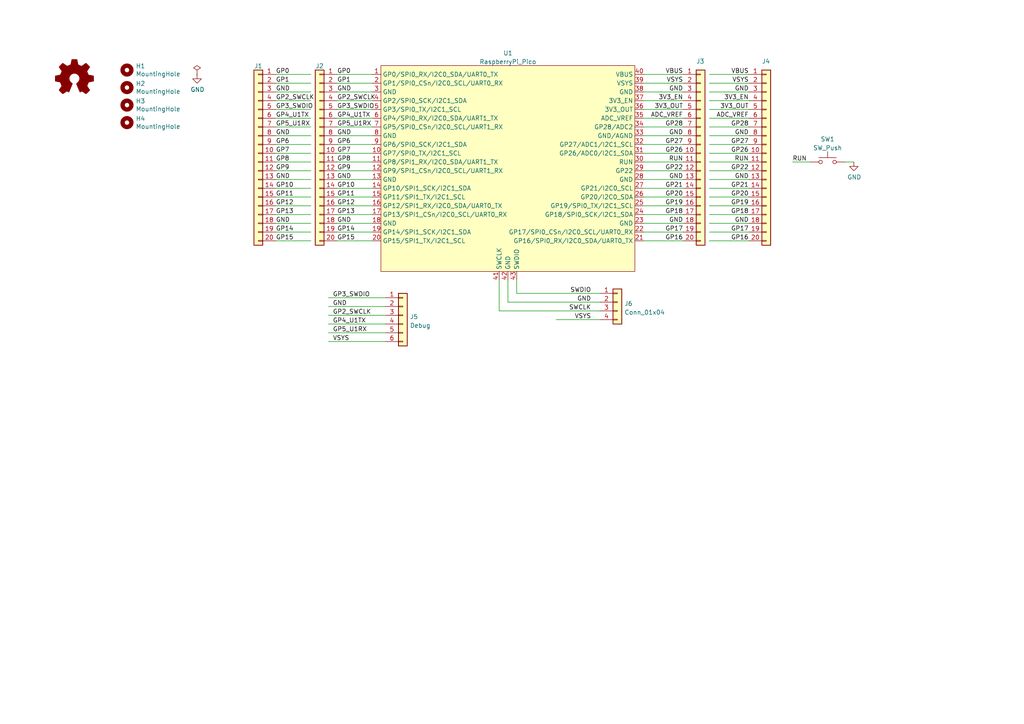
<source format=kicad_sch>
(kicad_sch (version 20230121) (generator eeschema)

  (uuid e63e39d7-6ac0-4ffd-8aa3-1841a4541b55)

  (paper "A4")

  (title_block
    (title "RPi Pico Debug Board")
    (date "2023-05-10")
    (rev "Rev.C")
    (company "Kenta IDA")
  )

  (lib_symbols
    (symbol "Connector_Generic:Conn_01x04" (pin_names (offset 1.016) hide) (in_bom yes) (on_board yes)
      (property "Reference" "J" (at 0 5.08 0)
        (effects (font (size 1.27 1.27)))
      )
      (property "Value" "Conn_01x04" (at 0 -7.62 0)
        (effects (font (size 1.27 1.27)))
      )
      (property "Footprint" "" (at 0 0 0)
        (effects (font (size 1.27 1.27)) hide)
      )
      (property "Datasheet" "~" (at 0 0 0)
        (effects (font (size 1.27 1.27)) hide)
      )
      (property "ki_keywords" "connector" (at 0 0 0)
        (effects (font (size 1.27 1.27)) hide)
      )
      (property "ki_description" "Generic connector, single row, 01x04, script generated (kicad-library-utils/schlib/autogen/connector/)" (at 0 0 0)
        (effects (font (size 1.27 1.27)) hide)
      )
      (property "ki_fp_filters" "Connector*:*_1x??_*" (at 0 0 0)
        (effects (font (size 1.27 1.27)) hide)
      )
      (symbol "Conn_01x04_1_1"
        (rectangle (start -1.27 -4.953) (end 0 -5.207)
          (stroke (width 0.1524) (type default))
          (fill (type none))
        )
        (rectangle (start -1.27 -2.413) (end 0 -2.667)
          (stroke (width 0.1524) (type default))
          (fill (type none))
        )
        (rectangle (start -1.27 0.127) (end 0 -0.127)
          (stroke (width 0.1524) (type default))
          (fill (type none))
        )
        (rectangle (start -1.27 2.667) (end 0 2.413)
          (stroke (width 0.1524) (type default))
          (fill (type none))
        )
        (rectangle (start -1.27 3.81) (end 1.27 -6.35)
          (stroke (width 0.254) (type default))
          (fill (type background))
        )
        (pin passive line (at -5.08 2.54 0) (length 3.81)
          (name "Pin_1" (effects (font (size 1.27 1.27))))
          (number "1" (effects (font (size 1.27 1.27))))
        )
        (pin passive line (at -5.08 0 0) (length 3.81)
          (name "Pin_2" (effects (font (size 1.27 1.27))))
          (number "2" (effects (font (size 1.27 1.27))))
        )
        (pin passive line (at -5.08 -2.54 0) (length 3.81)
          (name "Pin_3" (effects (font (size 1.27 1.27))))
          (number "3" (effects (font (size 1.27 1.27))))
        )
        (pin passive line (at -5.08 -5.08 0) (length 3.81)
          (name "Pin_4" (effects (font (size 1.27 1.27))))
          (number "4" (effects (font (size 1.27 1.27))))
        )
      )
    )
    (symbol "Connector_Generic:Conn_01x06" (pin_names (offset 1.016) hide) (in_bom yes) (on_board yes)
      (property "Reference" "J" (at 0 7.62 0)
        (effects (font (size 1.27 1.27)))
      )
      (property "Value" "Conn_01x06" (at 0 -10.16 0)
        (effects (font (size 1.27 1.27)))
      )
      (property "Footprint" "" (at 0 0 0)
        (effects (font (size 1.27 1.27)) hide)
      )
      (property "Datasheet" "~" (at 0 0 0)
        (effects (font (size 1.27 1.27)) hide)
      )
      (property "ki_keywords" "connector" (at 0 0 0)
        (effects (font (size 1.27 1.27)) hide)
      )
      (property "ki_description" "Generic connector, single row, 01x06, script generated (kicad-library-utils/schlib/autogen/connector/)" (at 0 0 0)
        (effects (font (size 1.27 1.27)) hide)
      )
      (property "ki_fp_filters" "Connector*:*_1x??_*" (at 0 0 0)
        (effects (font (size 1.27 1.27)) hide)
      )
      (symbol "Conn_01x06_1_1"
        (rectangle (start -1.27 -7.493) (end 0 -7.747)
          (stroke (width 0.1524) (type default))
          (fill (type none))
        )
        (rectangle (start -1.27 -4.953) (end 0 -5.207)
          (stroke (width 0.1524) (type default))
          (fill (type none))
        )
        (rectangle (start -1.27 -2.413) (end 0 -2.667)
          (stroke (width 0.1524) (type default))
          (fill (type none))
        )
        (rectangle (start -1.27 0.127) (end 0 -0.127)
          (stroke (width 0.1524) (type default))
          (fill (type none))
        )
        (rectangle (start -1.27 2.667) (end 0 2.413)
          (stroke (width 0.1524) (type default))
          (fill (type none))
        )
        (rectangle (start -1.27 5.207) (end 0 4.953)
          (stroke (width 0.1524) (type default))
          (fill (type none))
        )
        (rectangle (start -1.27 6.35) (end 1.27 -8.89)
          (stroke (width 0.254) (type default))
          (fill (type background))
        )
        (pin passive line (at -5.08 5.08 0) (length 3.81)
          (name "Pin_1" (effects (font (size 1.27 1.27))))
          (number "1" (effects (font (size 1.27 1.27))))
        )
        (pin passive line (at -5.08 2.54 0) (length 3.81)
          (name "Pin_2" (effects (font (size 1.27 1.27))))
          (number "2" (effects (font (size 1.27 1.27))))
        )
        (pin passive line (at -5.08 0 0) (length 3.81)
          (name "Pin_3" (effects (font (size 1.27 1.27))))
          (number "3" (effects (font (size 1.27 1.27))))
        )
        (pin passive line (at -5.08 -2.54 0) (length 3.81)
          (name "Pin_4" (effects (font (size 1.27 1.27))))
          (number "4" (effects (font (size 1.27 1.27))))
        )
        (pin passive line (at -5.08 -5.08 0) (length 3.81)
          (name "Pin_5" (effects (font (size 1.27 1.27))))
          (number "5" (effects (font (size 1.27 1.27))))
        )
        (pin passive line (at -5.08 -7.62 0) (length 3.81)
          (name "Pin_6" (effects (font (size 1.27 1.27))))
          (number "6" (effects (font (size 1.27 1.27))))
        )
      )
    )
    (symbol "Connector_Generic:Conn_01x20" (pin_names (offset 1.016) hide) (in_bom yes) (on_board yes)
      (property "Reference" "J" (at 0 25.4 0)
        (effects (font (size 1.27 1.27)))
      )
      (property "Value" "Conn_01x20" (at 0 -27.94 0)
        (effects (font (size 1.27 1.27)))
      )
      (property "Footprint" "" (at 0 0 0)
        (effects (font (size 1.27 1.27)) hide)
      )
      (property "Datasheet" "~" (at 0 0 0)
        (effects (font (size 1.27 1.27)) hide)
      )
      (property "ki_keywords" "connector" (at 0 0 0)
        (effects (font (size 1.27 1.27)) hide)
      )
      (property "ki_description" "Generic connector, single row, 01x20, script generated (kicad-library-utils/schlib/autogen/connector/)" (at 0 0 0)
        (effects (font (size 1.27 1.27)) hide)
      )
      (property "ki_fp_filters" "Connector*:*_1x??_*" (at 0 0 0)
        (effects (font (size 1.27 1.27)) hide)
      )
      (symbol "Conn_01x20_1_1"
        (rectangle (start -1.27 -25.273) (end 0 -25.527)
          (stroke (width 0.1524) (type default))
          (fill (type none))
        )
        (rectangle (start -1.27 -22.733) (end 0 -22.987)
          (stroke (width 0.1524) (type default))
          (fill (type none))
        )
        (rectangle (start -1.27 -20.193) (end 0 -20.447)
          (stroke (width 0.1524) (type default))
          (fill (type none))
        )
        (rectangle (start -1.27 -17.653) (end 0 -17.907)
          (stroke (width 0.1524) (type default))
          (fill (type none))
        )
        (rectangle (start -1.27 -15.113) (end 0 -15.367)
          (stroke (width 0.1524) (type default))
          (fill (type none))
        )
        (rectangle (start -1.27 -12.573) (end 0 -12.827)
          (stroke (width 0.1524) (type default))
          (fill (type none))
        )
        (rectangle (start -1.27 -10.033) (end 0 -10.287)
          (stroke (width 0.1524) (type default))
          (fill (type none))
        )
        (rectangle (start -1.27 -7.493) (end 0 -7.747)
          (stroke (width 0.1524) (type default))
          (fill (type none))
        )
        (rectangle (start -1.27 -4.953) (end 0 -5.207)
          (stroke (width 0.1524) (type default))
          (fill (type none))
        )
        (rectangle (start -1.27 -2.413) (end 0 -2.667)
          (stroke (width 0.1524) (type default))
          (fill (type none))
        )
        (rectangle (start -1.27 0.127) (end 0 -0.127)
          (stroke (width 0.1524) (type default))
          (fill (type none))
        )
        (rectangle (start -1.27 2.667) (end 0 2.413)
          (stroke (width 0.1524) (type default))
          (fill (type none))
        )
        (rectangle (start -1.27 5.207) (end 0 4.953)
          (stroke (width 0.1524) (type default))
          (fill (type none))
        )
        (rectangle (start -1.27 7.747) (end 0 7.493)
          (stroke (width 0.1524) (type default))
          (fill (type none))
        )
        (rectangle (start -1.27 10.287) (end 0 10.033)
          (stroke (width 0.1524) (type default))
          (fill (type none))
        )
        (rectangle (start -1.27 12.827) (end 0 12.573)
          (stroke (width 0.1524) (type default))
          (fill (type none))
        )
        (rectangle (start -1.27 15.367) (end 0 15.113)
          (stroke (width 0.1524) (type default))
          (fill (type none))
        )
        (rectangle (start -1.27 17.907) (end 0 17.653)
          (stroke (width 0.1524) (type default))
          (fill (type none))
        )
        (rectangle (start -1.27 20.447) (end 0 20.193)
          (stroke (width 0.1524) (type default))
          (fill (type none))
        )
        (rectangle (start -1.27 22.987) (end 0 22.733)
          (stroke (width 0.1524) (type default))
          (fill (type none))
        )
        (rectangle (start -1.27 24.13) (end 1.27 -26.67)
          (stroke (width 0.254) (type default))
          (fill (type background))
        )
        (pin passive line (at -5.08 22.86 0) (length 3.81)
          (name "Pin_1" (effects (font (size 1.27 1.27))))
          (number "1" (effects (font (size 1.27 1.27))))
        )
        (pin passive line (at -5.08 0 0) (length 3.81)
          (name "Pin_10" (effects (font (size 1.27 1.27))))
          (number "10" (effects (font (size 1.27 1.27))))
        )
        (pin passive line (at -5.08 -2.54 0) (length 3.81)
          (name "Pin_11" (effects (font (size 1.27 1.27))))
          (number "11" (effects (font (size 1.27 1.27))))
        )
        (pin passive line (at -5.08 -5.08 0) (length 3.81)
          (name "Pin_12" (effects (font (size 1.27 1.27))))
          (number "12" (effects (font (size 1.27 1.27))))
        )
        (pin passive line (at -5.08 -7.62 0) (length 3.81)
          (name "Pin_13" (effects (font (size 1.27 1.27))))
          (number "13" (effects (font (size 1.27 1.27))))
        )
        (pin passive line (at -5.08 -10.16 0) (length 3.81)
          (name "Pin_14" (effects (font (size 1.27 1.27))))
          (number "14" (effects (font (size 1.27 1.27))))
        )
        (pin passive line (at -5.08 -12.7 0) (length 3.81)
          (name "Pin_15" (effects (font (size 1.27 1.27))))
          (number "15" (effects (font (size 1.27 1.27))))
        )
        (pin passive line (at -5.08 -15.24 0) (length 3.81)
          (name "Pin_16" (effects (font (size 1.27 1.27))))
          (number "16" (effects (font (size 1.27 1.27))))
        )
        (pin passive line (at -5.08 -17.78 0) (length 3.81)
          (name "Pin_17" (effects (font (size 1.27 1.27))))
          (number "17" (effects (font (size 1.27 1.27))))
        )
        (pin passive line (at -5.08 -20.32 0) (length 3.81)
          (name "Pin_18" (effects (font (size 1.27 1.27))))
          (number "18" (effects (font (size 1.27 1.27))))
        )
        (pin passive line (at -5.08 -22.86 0) (length 3.81)
          (name "Pin_19" (effects (font (size 1.27 1.27))))
          (number "19" (effects (font (size 1.27 1.27))))
        )
        (pin passive line (at -5.08 20.32 0) (length 3.81)
          (name "Pin_2" (effects (font (size 1.27 1.27))))
          (number "2" (effects (font (size 1.27 1.27))))
        )
        (pin passive line (at -5.08 -25.4 0) (length 3.81)
          (name "Pin_20" (effects (font (size 1.27 1.27))))
          (number "20" (effects (font (size 1.27 1.27))))
        )
        (pin passive line (at -5.08 17.78 0) (length 3.81)
          (name "Pin_3" (effects (font (size 1.27 1.27))))
          (number "3" (effects (font (size 1.27 1.27))))
        )
        (pin passive line (at -5.08 15.24 0) (length 3.81)
          (name "Pin_4" (effects (font (size 1.27 1.27))))
          (number "4" (effects (font (size 1.27 1.27))))
        )
        (pin passive line (at -5.08 12.7 0) (length 3.81)
          (name "Pin_5" (effects (font (size 1.27 1.27))))
          (number "5" (effects (font (size 1.27 1.27))))
        )
        (pin passive line (at -5.08 10.16 0) (length 3.81)
          (name "Pin_6" (effects (font (size 1.27 1.27))))
          (number "6" (effects (font (size 1.27 1.27))))
        )
        (pin passive line (at -5.08 7.62 0) (length 3.81)
          (name "Pin_7" (effects (font (size 1.27 1.27))))
          (number "7" (effects (font (size 1.27 1.27))))
        )
        (pin passive line (at -5.08 5.08 0) (length 3.81)
          (name "Pin_8" (effects (font (size 1.27 1.27))))
          (number "8" (effects (font (size 1.27 1.27))))
        )
        (pin passive line (at -5.08 2.54 0) (length 3.81)
          (name "Pin_9" (effects (font (size 1.27 1.27))))
          (number "9" (effects (font (size 1.27 1.27))))
        )
      )
    )
    (symbol "Graphic:Logo_Open_Hardware_Small" (pin_names (offset 1.016)) (in_bom yes) (on_board yes)
      (property "Reference" "#LOGO" (at 0 6.985 0)
        (effects (font (size 1.27 1.27)) hide)
      )
      (property "Value" "Logo_Open_Hardware_Small" (at 0 -5.715 0)
        (effects (font (size 1.27 1.27)) hide)
      )
      (property "Footprint" "" (at 0 0 0)
        (effects (font (size 1.27 1.27)) hide)
      )
      (property "Datasheet" "~" (at 0 0 0)
        (effects (font (size 1.27 1.27)) hide)
      )
      (property "ki_keywords" "Logo" (at 0 0 0)
        (effects (font (size 1.27 1.27)) hide)
      )
      (property "ki_description" "Open Hardware logo, small" (at 0 0 0)
        (effects (font (size 1.27 1.27)) hide)
      )
      (symbol "Logo_Open_Hardware_Small_0_1"
        (polyline
          (pts
            (xy 3.3528 -4.3434)
            (xy 3.302 -4.318)
            (xy 3.175 -4.2418)
            (xy 2.9972 -4.1148)
            (xy 2.7686 -3.9624)
            (xy 2.54 -3.81)
            (xy 2.3622 -3.7084)
            (xy 2.2352 -3.6068)
            (xy 2.1844 -3.5814)
            (xy 2.159 -3.6068)
            (xy 2.0574 -3.6576)
            (xy 1.905 -3.7338)
            (xy 1.8034 -3.7846)
            (xy 1.6764 -3.8354)
            (xy 1.6002 -3.8354)
            (xy 1.6002 -3.8354)
            (xy 1.5494 -3.7338)
            (xy 1.4732 -3.5306)
            (xy 1.3462 -3.302)
            (xy 1.2446 -3.0226)
            (xy 1.1176 -2.7178)
            (xy 0.9652 -2.413)
            (xy 0.8636 -2.1082)
            (xy 0.7366 -1.8288)
            (xy 0.6604 -1.6256)
            (xy 0.6096 -1.4732)
            (xy 0.5842 -1.397)
            (xy 0.5842 -1.397)
            (xy 0.6604 -1.3208)
            (xy 0.7874 -1.2446)
            (xy 1.0414 -1.016)
            (xy 1.2954 -0.6858)
            (xy 1.4478 -0.3302)
            (xy 1.524 0.0762)
            (xy 1.4732 0.4572)
            (xy 1.3208 0.8128)
            (xy 1.0668 1.143)
            (xy 0.762 1.3716)
            (xy 0.4064 1.524)
            (xy 0 1.5748)
            (xy -0.381 1.5494)
            (xy -0.7366 1.397)
            (xy -1.0668 1.143)
            (xy -1.2192 0.9906)
            (xy -1.397 0.6604)
            (xy -1.524 0.3048)
            (xy -1.524 0.2286)
            (xy -1.4986 -0.1778)
            (xy -1.397 -0.5334)
            (xy -1.1938 -0.8636)
            (xy -0.9144 -1.143)
            (xy -0.8636 -1.1684)
            (xy -0.7366 -1.27)
            (xy -0.635 -1.3462)
            (xy -0.5842 -1.397)
            (xy -1.0668 -2.5908)
            (xy -1.143 -2.794)
            (xy -1.2954 -3.1242)
            (xy -1.397 -3.4036)
            (xy -1.4986 -3.6322)
            (xy -1.5748 -3.7846)
            (xy -1.6002 -3.8354)
            (xy -1.6002 -3.8354)
            (xy -1.651 -3.8354)
            (xy -1.7272 -3.81)
            (xy -1.905 -3.7338)
            (xy -2.0066 -3.683)
            (xy -2.1336 -3.6068)
            (xy -2.2098 -3.5814)
            (xy -2.2606 -3.6068)
            (xy -2.3622 -3.683)
            (xy -2.54 -3.81)
            (xy -2.7686 -3.9624)
            (xy -2.9718 -4.0894)
            (xy -3.1496 -4.2164)
            (xy -3.302 -4.318)
            (xy -3.3528 -4.3434)
            (xy -3.3782 -4.3434)
            (xy -3.429 -4.318)
            (xy -3.5306 -4.2164)
            (xy -3.7084 -4.064)
            (xy -3.937 -3.8354)
            (xy -3.9624 -3.81)
            (xy -4.1656 -3.6068)
            (xy -4.318 -3.4544)
            (xy -4.4196 -3.3274)
            (xy -4.445 -3.2766)
            (xy -4.445 -3.2766)
            (xy -4.4196 -3.2258)
            (xy -4.318 -3.0734)
            (xy -4.2164 -2.8956)
            (xy -4.064 -2.667)
            (xy -3.6576 -2.0828)
            (xy -3.8862 -1.5494)
            (xy -3.937 -1.3716)
            (xy -4.0386 -1.1684)
            (xy -4.0894 -1.0414)
            (xy -4.1148 -0.9652)
            (xy -4.191 -0.9398)
            (xy -4.318 -0.9144)
            (xy -4.5466 -0.8636)
            (xy -4.8006 -0.8128)
            (xy -5.0546 -0.7874)
            (xy -5.2578 -0.7366)
            (xy -5.4356 -0.7112)
            (xy -5.5118 -0.6858)
            (xy -5.5118 -0.6858)
            (xy -5.5372 -0.635)
            (xy -5.5372 -0.5588)
            (xy -5.5372 -0.4318)
            (xy -5.5626 -0.2286)
            (xy -5.5626 0.0762)
            (xy -5.5626 0.127)
            (xy -5.5372 0.4064)
            (xy -5.5372 0.635)
            (xy -5.5372 0.762)
            (xy -5.5372 0.8382)
            (xy -5.5372 0.8382)
            (xy -5.461 0.8382)
            (xy -5.3086 0.889)
            (xy -5.08 0.9144)
            (xy -4.826 0.9652)
            (xy -4.8006 0.9906)
            (xy -4.5466 1.0414)
            (xy -4.318 1.0668)
            (xy -4.1656 1.1176)
            (xy -4.0894 1.143)
            (xy -4.0894 1.143)
            (xy -4.0386 1.2446)
            (xy -3.9624 1.4224)
            (xy -3.8608 1.6256)
            (xy -3.7846 1.8288)
            (xy -3.7084 2.0066)
            (xy -3.6576 2.159)
            (xy -3.6322 2.2098)
            (xy -3.6322 2.2098)
            (xy -3.683 2.286)
            (xy -3.7592 2.413)
            (xy -3.8862 2.5908)
            (xy -4.064 2.8194)
            (xy -4.064 2.8448)
            (xy -4.2164 3.0734)
            (xy -4.3434 3.2512)
            (xy -4.4196 3.3782)
            (xy -4.445 3.4544)
            (xy -4.445 3.4544)
            (xy -4.3942 3.5052)
            (xy -4.2926 3.6322)
            (xy -4.1148 3.81)
            (xy -3.937 4.0132)
            (xy -3.8608 4.064)
            (xy -3.6576 4.2926)
            (xy -3.5052 4.4196)
            (xy -3.4036 4.4958)
            (xy -3.3528 4.5212)
            (xy -3.3528 4.5212)
            (xy -3.302 4.4704)
            (xy -3.1496 4.3688)
            (xy -2.9718 4.2418)
            (xy -2.7432 4.0894)
            (xy -2.7178 4.0894)
            (xy -2.4892 3.937)
            (xy -2.3114 3.81)
            (xy -2.1844 3.7084)
            (xy -2.1336 3.683)
            (xy -2.1082 3.683)
            (xy -2.032 3.7084)
            (xy -1.8542 3.7592)
            (xy -1.6764 3.8354)
            (xy -1.4732 3.937)
            (xy -1.27 4.0132)
            (xy -1.143 4.064)
            (xy -1.0668 4.1148)
            (xy -1.0668 4.1148)
            (xy -1.0414 4.191)
            (xy -1.016 4.3434)
            (xy -0.9652 4.572)
            (xy -0.9144 4.8514)
            (xy -0.889 4.9022)
            (xy -0.8382 5.1562)
            (xy -0.8128 5.3848)
            (xy -0.7874 5.5372)
            (xy -0.762 5.588)
            (xy -0.7112 5.6134)
            (xy -0.5842 5.6134)
            (xy -0.4064 5.6134)
            (xy -0.1524 5.6134)
            (xy 0.0762 5.6134)
            (xy 0.3302 5.6134)
            (xy 0.5334 5.6134)
            (xy 0.6858 5.588)
            (xy 0.7366 5.588)
            (xy 0.7366 5.588)
            (xy 0.762 5.5118)
            (xy 0.8128 5.334)
            (xy 0.8382 5.1054)
            (xy 0.9144 4.826)
            (xy 0.9144 4.7752)
            (xy 0.9652 4.5212)
            (xy 1.016 4.2926)
            (xy 1.0414 4.1402)
            (xy 1.0668 4.0894)
            (xy 1.0668 4.0894)
            (xy 1.1938 4.0386)
            (xy 1.3716 3.9624)
            (xy 1.5748 3.8608)
            (xy 2.0828 3.6576)
            (xy 2.7178 4.0894)
            (xy 2.7686 4.1402)
            (xy 2.9972 4.2926)
            (xy 3.175 4.4196)
            (xy 3.302 4.4958)
            (xy 3.3782 4.5212)
            (xy 3.3782 4.5212)
            (xy 3.429 4.4704)
            (xy 3.556 4.3434)
            (xy 3.7338 4.191)
            (xy 3.9116 3.9878)
            (xy 4.064 3.8354)
            (xy 4.2418 3.6576)
            (xy 4.3434 3.556)
            (xy 4.4196 3.4798)
            (xy 4.4196 3.429)
            (xy 4.4196 3.4036)
            (xy 4.3942 3.3274)
            (xy 4.2926 3.2004)
            (xy 4.1656 2.9972)
            (xy 4.0132 2.794)
            (xy 3.8862 2.5908)
            (xy 3.7592 2.3876)
            (xy 3.6576 2.2352)
            (xy 3.6322 2.159)
            (xy 3.6322 2.1336)
            (xy 3.683 2.0066)
            (xy 3.7592 1.8288)
            (xy 3.8608 1.6002)
            (xy 4.064 1.1176)
            (xy 4.3942 1.0414)
            (xy 4.5974 1.016)
            (xy 4.8768 0.9652)
            (xy 5.1308 0.9144)
            (xy 5.5372 0.8382)
            (xy 5.5626 -0.6604)
            (xy 5.4864 -0.6858)
            (xy 5.4356 -0.6858)
            (xy 5.2832 -0.7366)
            (xy 5.0546 -0.762)
            (xy 4.8006 -0.8128)
            (xy 4.5974 -0.8636)
            (xy 4.3688 -0.9144)
            (xy 4.2164 -0.9398)
            (xy 4.1402 -0.9398)
            (xy 4.1148 -0.9652)
            (xy 4.064 -1.0668)
            (xy 3.9878 -1.2446)
            (xy 3.9116 -1.4478)
            (xy 3.81 -1.651)
            (xy 3.7338 -1.8542)
            (xy 3.683 -2.0066)
            (xy 3.6576 -2.0828)
            (xy 3.683 -2.1336)
            (xy 3.7846 -2.2606)
            (xy 3.8862 -2.4638)
            (xy 4.0386 -2.667)
            (xy 4.191 -2.8956)
            (xy 4.318 -3.0734)
            (xy 4.3942 -3.2004)
            (xy 4.445 -3.2766)
            (xy 4.4196 -3.3274)
            (xy 4.3434 -3.429)
            (xy 4.1656 -3.5814)
            (xy 3.937 -3.8354)
            (xy 3.8862 -3.8608)
            (xy 3.683 -4.064)
            (xy 3.5306 -4.2164)
            (xy 3.4036 -4.318)
            (xy 3.3528 -4.3434)
          )
          (stroke (width 0) (type default))
          (fill (type outline))
        )
      )
    )
    (symbol "Mechanical:MountingHole" (pin_names (offset 1.016)) (in_bom yes) (on_board yes)
      (property "Reference" "H" (at 0 5.08 0)
        (effects (font (size 1.27 1.27)))
      )
      (property "Value" "MountingHole" (at 0 3.175 0)
        (effects (font (size 1.27 1.27)))
      )
      (property "Footprint" "" (at 0 0 0)
        (effects (font (size 1.27 1.27)) hide)
      )
      (property "Datasheet" "~" (at 0 0 0)
        (effects (font (size 1.27 1.27)) hide)
      )
      (property "ki_keywords" "mounting hole" (at 0 0 0)
        (effects (font (size 1.27 1.27)) hide)
      )
      (property "ki_description" "Mounting Hole without connection" (at 0 0 0)
        (effects (font (size 1.27 1.27)) hide)
      )
      (property "ki_fp_filters" "MountingHole*" (at 0 0 0)
        (effects (font (size 1.27 1.27)) hide)
      )
      (symbol "MountingHole_0_1"
        (circle (center 0 0) (radius 1.27)
          (stroke (width 1.27) (type default))
          (fill (type none))
        )
      )
    )
    (symbol "Switch:SW_Push" (pin_numbers hide) (pin_names (offset 1.016) hide) (in_bom yes) (on_board yes)
      (property "Reference" "SW" (at 1.27 2.54 0)
        (effects (font (size 1.27 1.27)) (justify left))
      )
      (property "Value" "SW_Push" (at 0 -1.524 0)
        (effects (font (size 1.27 1.27)))
      )
      (property "Footprint" "" (at 0 5.08 0)
        (effects (font (size 1.27 1.27)) hide)
      )
      (property "Datasheet" "~" (at 0 5.08 0)
        (effects (font (size 1.27 1.27)) hide)
      )
      (property "ki_keywords" "switch normally-open pushbutton push-button" (at 0 0 0)
        (effects (font (size 1.27 1.27)) hide)
      )
      (property "ki_description" "Push button switch, generic, two pins" (at 0 0 0)
        (effects (font (size 1.27 1.27)) hide)
      )
      (symbol "SW_Push_0_1"
        (circle (center -2.032 0) (radius 0.508)
          (stroke (width 0) (type default))
          (fill (type none))
        )
        (polyline
          (pts
            (xy 0 1.27)
            (xy 0 3.048)
          )
          (stroke (width 0) (type default))
          (fill (type none))
        )
        (polyline
          (pts
            (xy 2.54 1.27)
            (xy -2.54 1.27)
          )
          (stroke (width 0) (type default))
          (fill (type none))
        )
        (circle (center 2.032 0) (radius 0.508)
          (stroke (width 0) (type default))
          (fill (type none))
        )
        (pin passive line (at -5.08 0 0) (length 2.54)
          (name "1" (effects (font (size 1.27 1.27))))
          (number "1" (effects (font (size 1.27 1.27))))
        )
        (pin passive line (at 5.08 0 180) (length 2.54)
          (name "2" (effects (font (size 1.27 1.27))))
          (number "2" (effects (font (size 1.27 1.27))))
        )
      )
    )
    (symbol "local:RaspberryPi_Pico" (in_bom yes) (on_board yes)
      (property "Reference" "U" (at -7.62 30.48 0)
        (effects (font (size 1.27 1.27)))
      )
      (property "Value" "RaspberryPi_Pico" (at 0 27.94 0)
        (effects (font (size 1.27 1.27)))
      )
      (property "Footprint" "" (at -36.83 24.13 0)
        (effects (font (size 1.27 1.27)) hide)
      )
      (property "Datasheet" "https://datasheets.raspberrypi.com/pico/pico-datasheet.pdf" (at 0 33.02 0)
        (effects (font (size 1.27 1.27)) hide)
      )
      (property "ki_description" "Raspberry Pi Pico" (at 0 0 0)
        (effects (font (size 1.27 1.27)) hide)
      )
      (symbol "RaspberryPi_Pico_0_0"
        (pin tri_state line (at -39.37 1.27 0) (length 2.54)
          (name "GP7/SPI0_TX/I2C1_SCL" (effects (font (size 1.27 1.27))))
          (number "10" (effects (font (size 1.27 1.27))))
        )
        (pin tri_state line (at -39.37 -1.27 0) (length 2.54)
          (name "GP8/SPI1_RX/I2C0_SDA/UART1_TX" (effects (font (size 1.27 1.27))))
          (number "11" (effects (font (size 1.27 1.27))))
        )
        (pin tri_state line (at -39.37 -3.81 0) (length 2.54)
          (name "GP9/SPI1_CSn/I2C0_SCL/UART1_RX" (effects (font (size 1.27 1.27))))
          (number "12" (effects (font (size 1.27 1.27))))
        )
        (pin power_in line (at -39.37 -6.35 0) (length 2.54)
          (name "GND" (effects (font (size 1.27 1.27))))
          (number "13" (effects (font (size 1.27 1.27))))
        )
        (pin tri_state line (at -39.37 -8.89 0) (length 2.54)
          (name "GP10/SPI1_SCK/I2C1_SDA" (effects (font (size 1.27 1.27))))
          (number "14" (effects (font (size 1.27 1.27))))
        )
        (pin tri_state line (at -39.37 -11.43 0) (length 2.54)
          (name "GP11/SPI1_TX/I2C1_SCL" (effects (font (size 1.27 1.27))))
          (number "15" (effects (font (size 1.27 1.27))))
        )
        (pin tri_state line (at -39.37 -13.97 0) (length 2.54)
          (name "GP12/SPI1_RX/I2C0_SDA/UART0_TX" (effects (font (size 1.27 1.27))))
          (number "16" (effects (font (size 1.27 1.27))))
        )
        (pin tri_state line (at -39.37 -16.51 0) (length 2.54)
          (name "GP13/SPI1_CSn/I2C0_SCL/UART0_RX" (effects (font (size 1.27 1.27))))
          (number "17" (effects (font (size 1.27 1.27))))
        )
        (pin power_in line (at -39.37 -19.05 0) (length 2.54)
          (name "GND" (effects (font (size 1.27 1.27))))
          (number "18" (effects (font (size 1.27 1.27))))
        )
        (pin tri_state line (at -39.37 -21.59 0) (length 2.54)
          (name "GP14/SPI1_SCK/I2C1_SDA" (effects (font (size 1.27 1.27))))
          (number "19" (effects (font (size 1.27 1.27))))
        )
        (pin tri_state line (at -39.37 21.59 0) (length 2.54)
          (name "GP1/SPI0_CSn/I2C0_SCL/UART0_RX" (effects (font (size 1.27 1.27))))
          (number "2" (effects (font (size 1.27 1.27))))
        )
        (pin tri_state line (at -39.37 -24.13 0) (length 2.54)
          (name "GP15/SPI1_TX/I2C1_SCL" (effects (font (size 1.27 1.27))))
          (number "20" (effects (font (size 1.27 1.27))))
        )
        (pin tri_state line (at 39.37 -24.13 180) (length 2.54)
          (name "GP16/SPI0_RX/I2C0_SDA/UART0_TX" (effects (font (size 1.27 1.27))))
          (number "21" (effects (font (size 1.27 1.27))))
        )
        (pin tri_state line (at 39.37 -21.59 180) (length 2.54)
          (name "GP17/SPI0_CSn/I2C0_SCL/UART0_RX" (effects (font (size 1.27 1.27))))
          (number "22" (effects (font (size 1.27 1.27))))
        )
        (pin power_in line (at 39.37 -19.05 180) (length 2.54)
          (name "GND" (effects (font (size 1.27 1.27))))
          (number "23" (effects (font (size 1.27 1.27))))
        )
        (pin tri_state line (at 39.37 -16.51 180) (length 2.54)
          (name "GP18/SPI0_SCK/I2C1_SDA" (effects (font (size 1.27 1.27))))
          (number "24" (effects (font (size 1.27 1.27))))
        )
        (pin tri_state line (at 39.37 -13.97 180) (length 2.54)
          (name "GP19/SPI0_TX/I2C1_SCL" (effects (font (size 1.27 1.27))))
          (number "25" (effects (font (size 1.27 1.27))))
        )
        (pin tri_state line (at 39.37 -11.43 180) (length 2.54)
          (name "GP20/I2C0_SDA" (effects (font (size 1.27 1.27))))
          (number "26" (effects (font (size 1.27 1.27))))
        )
        (pin tri_state line (at 39.37 -8.89 180) (length 2.54)
          (name "GP21/I2C0_SCL" (effects (font (size 1.27 1.27))))
          (number "27" (effects (font (size 1.27 1.27))))
        )
        (pin power_in line (at 39.37 -6.35 180) (length 2.54)
          (name "GND" (effects (font (size 1.27 1.27))))
          (number "28" (effects (font (size 1.27 1.27))))
        )
        (pin tri_state line (at 39.37 -3.81 180) (length 2.54)
          (name "GP22" (effects (font (size 1.27 1.27))))
          (number "29" (effects (font (size 1.27 1.27))))
        )
        (pin power_in line (at -39.37 19.05 0) (length 2.54)
          (name "GND" (effects (font (size 1.27 1.27))))
          (number "3" (effects (font (size 1.27 1.27))))
        )
        (pin input line (at 39.37 -1.27 180) (length 2.54)
          (name "RUN" (effects (font (size 1.27 1.27))))
          (number "30" (effects (font (size 1.27 1.27))))
        )
        (pin passive line (at 39.37 1.27 180) (length 2.54)
          (name "GP26/ADC0/I2C1_SDA" (effects (font (size 1.27 1.27))))
          (number "31" (effects (font (size 1.27 1.27))))
        )
        (pin passive line (at 39.37 3.81 180) (length 2.54)
          (name "GP27/ADC1/I2C1_SCL" (effects (font (size 1.27 1.27))))
          (number "32" (effects (font (size 1.27 1.27))))
        )
        (pin power_in line (at 39.37 6.35 180) (length 2.54)
          (name "GND/AGND" (effects (font (size 1.27 1.27))))
          (number "33" (effects (font (size 1.27 1.27))))
        )
        (pin passive line (at 39.37 8.89 180) (length 2.54)
          (name "GP28/ADC2" (effects (font (size 1.27 1.27))))
          (number "34" (effects (font (size 1.27 1.27))))
        )
        (pin passive line (at 39.37 11.43 180) (length 2.54)
          (name "ADC_VREF" (effects (font (size 1.27 1.27))))
          (number "35" (effects (font (size 1.27 1.27))))
        )
        (pin power_out line (at 39.37 13.97 180) (length 2.54)
          (name "3V3_OUT" (effects (font (size 1.27 1.27))))
          (number "36" (effects (font (size 1.27 1.27))))
        )
        (pin input line (at 39.37 16.51 180) (length 2.54)
          (name "3V3_EN" (effects (font (size 1.27 1.27))))
          (number "37" (effects (font (size 1.27 1.27))))
        )
        (pin power_in line (at 39.37 19.05 180) (length 2.54)
          (name "GND" (effects (font (size 1.27 1.27))))
          (number "38" (effects (font (size 1.27 1.27))))
        )
        (pin power_out line (at 39.37 21.59 180) (length 2.54)
          (name "VSYS" (effects (font (size 1.27 1.27))))
          (number "39" (effects (font (size 1.27 1.27))))
        )
        (pin tri_state line (at -39.37 16.51 0) (length 2.54)
          (name "GP2/SPI0_SCK/I2C1_SDA" (effects (font (size 1.27 1.27))))
          (number "4" (effects (font (size 1.27 1.27))))
        )
        (pin output line (at 39.37 24.13 180) (length 2.54)
          (name "VBUS" (effects (font (size 1.27 1.27))))
          (number "40" (effects (font (size 1.27 1.27))))
        )
        (pin tri_state line (at -39.37 13.97 0) (length 2.54)
          (name "GP3/SPI0_TX/I2C1_SCL" (effects (font (size 1.27 1.27))))
          (number "5" (effects (font (size 1.27 1.27))))
        )
        (pin tri_state line (at -39.37 11.43 0) (length 2.54)
          (name "GP4/SPI0_RX/I2C0_SDA/UART1_TX" (effects (font (size 1.27 1.27))))
          (number "6" (effects (font (size 1.27 1.27))))
        )
        (pin tri_state line (at -39.37 8.89 0) (length 2.54)
          (name "GP5/SPI0_CSn/I2C0_SCL/UART1_RX" (effects (font (size 1.27 1.27))))
          (number "7" (effects (font (size 1.27 1.27))))
        )
        (pin power_in line (at -39.37 6.35 0) (length 2.54)
          (name "GND" (effects (font (size 1.27 1.27))))
          (number "8" (effects (font (size 1.27 1.27))))
        )
        (pin tri_state line (at -39.37 3.81 0) (length 2.54)
          (name "GP6/SPI0_SCK/I2C1_SDA" (effects (font (size 1.27 1.27))))
          (number "9" (effects (font (size 1.27 1.27))))
        )
      )
      (symbol "RaspberryPi_Pico_0_1"
        (rectangle (start -36.83 26.67) (end 36.83 -33.02)
          (stroke (width 0.1524) (type default))
          (fill (type background))
        )
      )
      (symbol "RaspberryPi_Pico_1_1"
        (pin tri_state line (at -39.37 24.13 0) (length 2.54)
          (name "GP0/SPI0_RX/I2C0_SDA/UART0_TX" (effects (font (size 1.27 1.27))))
          (number "1" (effects (font (size 1.27 1.27))))
        )
        (pin input line (at -2.54 -35.56 90) (length 2.54)
          (name "SWCLK" (effects (font (size 1.27 1.27))))
          (number "41" (effects (font (size 1.27 1.27))))
        )
        (pin power_in line (at 0 -35.56 90) (length 2.54)
          (name "GND" (effects (font (size 1.27 1.27))))
          (number "42" (effects (font (size 1.27 1.27))))
        )
        (pin input line (at 2.54 -35.56 90) (length 2.54)
          (name "SWDIO" (effects (font (size 1.27 1.27))))
          (number "43" (effects (font (size 1.27 1.27))))
        )
      )
    )
    (symbol "power:GND" (power) (pin_names (offset 0)) (in_bom yes) (on_board yes)
      (property "Reference" "#PWR" (at 0 -6.35 0)
        (effects (font (size 1.27 1.27)) hide)
      )
      (property "Value" "GND" (at 0 -3.81 0)
        (effects (font (size 1.27 1.27)))
      )
      (property "Footprint" "" (at 0 0 0)
        (effects (font (size 1.27 1.27)) hide)
      )
      (property "Datasheet" "" (at 0 0 0)
        (effects (font (size 1.27 1.27)) hide)
      )
      (property "ki_keywords" "power-flag" (at 0 0 0)
        (effects (font (size 1.27 1.27)) hide)
      )
      (property "ki_description" "Power symbol creates a global label with name \"GND\" , ground" (at 0 0 0)
        (effects (font (size 1.27 1.27)) hide)
      )
      (symbol "GND_0_1"
        (polyline
          (pts
            (xy 0 0)
            (xy 0 -1.27)
            (xy 1.27 -1.27)
            (xy 0 -2.54)
            (xy -1.27 -1.27)
            (xy 0 -1.27)
          )
          (stroke (width 0) (type default))
          (fill (type none))
        )
      )
      (symbol "GND_1_1"
        (pin power_in line (at 0 0 270) (length 0) hide
          (name "GND" (effects (font (size 1.27 1.27))))
          (number "1" (effects (font (size 1.27 1.27))))
        )
      )
    )
    (symbol "power:PWR_FLAG" (power) (pin_numbers hide) (pin_names (offset 0) hide) (in_bom yes) (on_board yes)
      (property "Reference" "#FLG" (at 0 1.905 0)
        (effects (font (size 1.27 1.27)) hide)
      )
      (property "Value" "PWR_FLAG" (at 0 3.81 0)
        (effects (font (size 1.27 1.27)))
      )
      (property "Footprint" "" (at 0 0 0)
        (effects (font (size 1.27 1.27)) hide)
      )
      (property "Datasheet" "~" (at 0 0 0)
        (effects (font (size 1.27 1.27)) hide)
      )
      (property "ki_keywords" "power-flag" (at 0 0 0)
        (effects (font (size 1.27 1.27)) hide)
      )
      (property "ki_description" "Special symbol for telling ERC where power comes from" (at 0 0 0)
        (effects (font (size 1.27 1.27)) hide)
      )
      (symbol "PWR_FLAG_0_0"
        (pin power_out line (at 0 0 90) (length 0)
          (name "pwr" (effects (font (size 1.27 1.27))))
          (number "1" (effects (font (size 1.27 1.27))))
        )
      )
      (symbol "PWR_FLAG_0_1"
        (polyline
          (pts
            (xy 0 0)
            (xy 0 1.27)
            (xy -1.016 1.905)
            (xy 0 2.54)
            (xy 1.016 1.905)
            (xy 0 1.27)
          )
          (stroke (width 0) (type default))
          (fill (type none))
        )
      )
    )
  )


  (wire (pts (xy 80.01 21.59) (xy 90.17 21.59))
    (stroke (width 0) (type default))
    (uuid 04062639-dc06-4b1c-b194-e4ae4527f285)
  )
  (wire (pts (xy 205.74 21.59) (xy 217.17 21.59))
    (stroke (width 0) (type default))
    (uuid 0aa847bc-ca2b-4611-86db-a3d568857af8)
  )
  (wire (pts (xy 149.86 85.09) (xy 149.86 81.28))
    (stroke (width 0) (type default))
    (uuid 0c39af5e-5a10-46f7-9c01-477495c493a0)
  )
  (wire (pts (xy 80.01 64.77) (xy 90.17 64.77))
    (stroke (width 0) (type default))
    (uuid 0d16eca7-c827-4c79-a54d-e56e60554300)
  )
  (wire (pts (xy 80.01 29.21) (xy 90.17 29.21))
    (stroke (width 0) (type default))
    (uuid 1239b0bc-eebb-4855-9f7a-0f071941eeff)
  )
  (wire (pts (xy 161.29 92.71) (xy 173.99 92.71))
    (stroke (width 0) (type default))
    (uuid 146cf4a3-622e-47e5-9157-36c4f68bd3ff)
  )
  (wire (pts (xy 95.25 93.98) (xy 111.76 93.98))
    (stroke (width 0) (type default))
    (uuid 192fc507-5fde-4410-b509-8c5c14c54101)
  )
  (wire (pts (xy 205.74 34.29) (xy 217.17 34.29))
    (stroke (width 0) (type default))
    (uuid 1a48b98b-24b6-440e-8160-adab54645f1d)
  )
  (wire (pts (xy 97.79 24.13) (xy 107.95 24.13))
    (stroke (width 0) (type default))
    (uuid 1ef384c7-5b28-4fd9-8050-c63974c2f260)
  )
  (wire (pts (xy 97.79 26.67) (xy 107.95 26.67))
    (stroke (width 0) (type default))
    (uuid 1f1e52b5-111c-4b8d-ae0c-39efc4719744)
  )
  (wire (pts (xy 97.79 39.37) (xy 107.95 39.37))
    (stroke (width 0) (type default))
    (uuid 1f6c33fd-53d6-4b46-8c44-6e86103c343b)
  )
  (wire (pts (xy 205.74 26.67) (xy 217.17 26.67))
    (stroke (width 0) (type default))
    (uuid 222b28f4-b39a-408a-90be-d68d8c3815de)
  )
  (wire (pts (xy 205.74 36.83) (xy 217.17 36.83))
    (stroke (width 0) (type default))
    (uuid 238690d3-17b4-4297-8423-fc651c43164c)
  )
  (wire (pts (xy 205.74 64.77) (xy 217.17 64.77))
    (stroke (width 0) (type default))
    (uuid 279f9bc9-5ef3-472e-a062-7483638ba28a)
  )
  (wire (pts (xy 97.79 64.77) (xy 107.95 64.77))
    (stroke (width 0) (type default))
    (uuid 31090b8e-ef82-412d-9292-cab72e345aa2)
  )
  (wire (pts (xy 186.69 39.37) (xy 198.12 39.37))
    (stroke (width 0) (type default))
    (uuid 3b8f100d-1764-49dd-a5c6-e7169207cdd8)
  )
  (wire (pts (xy 97.79 52.07) (xy 107.95 52.07))
    (stroke (width 0) (type default))
    (uuid 3eeb213c-fe87-48d4-ad52-7b7325310bb7)
  )
  (wire (pts (xy 245.11 46.99) (xy 247.65 46.99))
    (stroke (width 0) (type default))
    (uuid 438d3c23-d438-4055-8c4f-b86fda3aa8b4)
  )
  (wire (pts (xy 186.69 44.45) (xy 198.12 44.45))
    (stroke (width 0) (type default))
    (uuid 44afad59-6daf-4b20-a351-053772d5b408)
  )
  (wire (pts (xy 80.01 39.37) (xy 90.17 39.37))
    (stroke (width 0) (type default))
    (uuid 44c96fe4-6842-400e-85e3-fc3e94c5325b)
  )
  (wire (pts (xy 80.01 46.99) (xy 90.17 46.99))
    (stroke (width 0) (type default))
    (uuid 4535d0e7-35ee-40cb-9cc0-73bb40bf2184)
  )
  (wire (pts (xy 186.69 62.23) (xy 198.12 62.23))
    (stroke (width 0) (type default))
    (uuid 471d2ad0-9a0f-45b9-a5a3-b718b6226c05)
  )
  (wire (pts (xy 205.74 59.69) (xy 217.17 59.69))
    (stroke (width 0) (type default))
    (uuid 4a138cb8-edb3-4a31-9685-102a669eca92)
  )
  (wire (pts (xy 95.25 86.36) (xy 111.76 86.36))
    (stroke (width 0) (type default))
    (uuid 50935b59-dd9e-40fb-bb04-71df4fe01370)
  )
  (wire (pts (xy 186.69 46.99) (xy 198.12 46.99))
    (stroke (width 0) (type default))
    (uuid 548010e0-cd85-43b2-8bfe-8bc5dc1ad3cd)
  )
  (wire (pts (xy 144.78 90.17) (xy 173.99 90.17))
    (stroke (width 0) (type default))
    (uuid 5c64284d-394a-468b-8c78-4e297bdefac3)
  )
  (wire (pts (xy 205.74 69.85) (xy 217.17 69.85))
    (stroke (width 0) (type default))
    (uuid 5fac60ec-11d1-43b9-800c-b5013be5de4e)
  )
  (wire (pts (xy 205.74 29.21) (xy 217.17 29.21))
    (stroke (width 0) (type default))
    (uuid 601c92e2-1892-4a99-8cd0-c4274a32a3df)
  )
  (wire (pts (xy 80.01 62.23) (xy 90.17 62.23))
    (stroke (width 0) (type default))
    (uuid 60b31b97-54c7-4548-bc5c-3daac9910223)
  )
  (wire (pts (xy 147.32 87.63) (xy 173.99 87.63))
    (stroke (width 0) (type default))
    (uuid 6258c393-09d3-4fbf-9eaa-8a0cd5e2f3c5)
  )
  (wire (pts (xy 80.01 67.31) (xy 90.17 67.31))
    (stroke (width 0) (type default))
    (uuid 6361ec49-58c6-4ac9-9415-121146247ca3)
  )
  (wire (pts (xy 186.69 69.85) (xy 198.12 69.85))
    (stroke (width 0) (type default))
    (uuid 68266e48-6278-4b4b-9827-471e05208fe8)
  )
  (wire (pts (xy 97.79 21.59) (xy 107.95 21.59))
    (stroke (width 0) (type default))
    (uuid 6b8e0585-1d28-4e23-8544-d4405b1d8ddc)
  )
  (wire (pts (xy 95.25 88.9) (xy 111.76 88.9))
    (stroke (width 0) (type default))
    (uuid 6c61420d-df78-465d-912d-c80446e29aef)
  )
  (wire (pts (xy 186.69 41.91) (xy 198.12 41.91))
    (stroke (width 0) (type default))
    (uuid 738a2d37-3fe6-4c2f-adcd-a08af9d6f339)
  )
  (wire (pts (xy 97.79 41.91) (xy 107.95 41.91))
    (stroke (width 0) (type default))
    (uuid 7a45658a-8e21-42b1-9f94-90c5bae194f6)
  )
  (wire (pts (xy 97.79 69.85) (xy 107.95 69.85))
    (stroke (width 0) (type default))
    (uuid 7b8bb164-694b-40a6-b0e7-8d246722bac0)
  )
  (wire (pts (xy 186.69 59.69) (xy 198.12 59.69))
    (stroke (width 0) (type default))
    (uuid 8106fd66-bc80-4d2a-b2be-2261fed169ab)
  )
  (wire (pts (xy 186.69 52.07) (xy 198.12 52.07))
    (stroke (width 0) (type default))
    (uuid 83fd63f3-6808-4503-b966-1d14f3f3c707)
  )
  (wire (pts (xy 205.74 49.53) (xy 217.17 49.53))
    (stroke (width 0) (type default))
    (uuid 84bf4721-bd64-47e8-9305-8269decf1a88)
  )
  (wire (pts (xy 186.69 64.77) (xy 198.12 64.77))
    (stroke (width 0) (type default))
    (uuid 84e5e1a0-2ad6-4029-8c11-2081bac370ac)
  )
  (wire (pts (xy 205.74 41.91) (xy 217.17 41.91))
    (stroke (width 0) (type default))
    (uuid 877addf7-6029-43ff-b03b-6d8e69abce0a)
  )
  (wire (pts (xy 80.01 31.75) (xy 90.17 31.75))
    (stroke (width 0) (type default))
    (uuid 883a0a75-d9ba-458b-a101-636474f01cfe)
  )
  (wire (pts (xy 97.79 44.45) (xy 107.95 44.45))
    (stroke (width 0) (type default))
    (uuid 8988eb5c-d40f-430f-b968-d5d8451d34b8)
  )
  (wire (pts (xy 205.74 67.31) (xy 217.17 67.31))
    (stroke (width 0) (type default))
    (uuid 90d3a4fa-6bc5-4fa7-9947-612adaea344b)
  )
  (wire (pts (xy 186.69 36.83) (xy 198.12 36.83))
    (stroke (width 0) (type default))
    (uuid 91de00b6-12c0-4824-92fe-5d53cfd996fe)
  )
  (wire (pts (xy 186.69 57.15) (xy 198.12 57.15))
    (stroke (width 0) (type default))
    (uuid 970072b5-2e92-4758-817c-aaaeb6bc3def)
  )
  (wire (pts (xy 205.74 57.15) (xy 217.17 57.15))
    (stroke (width 0) (type default))
    (uuid 9829648d-2745-423f-9717-bb2c77f4bc12)
  )
  (wire (pts (xy 80.01 34.29) (xy 90.17 34.29))
    (stroke (width 0) (type default))
    (uuid 992e15d5-9467-4fef-be89-76fc15fe247f)
  )
  (wire (pts (xy 186.69 67.31) (xy 198.12 67.31))
    (stroke (width 0) (type default))
    (uuid 99a3dbfb-1c73-4c78-be7c-ded34e626f42)
  )
  (wire (pts (xy 97.79 54.61) (xy 107.95 54.61))
    (stroke (width 0) (type default))
    (uuid 99c4658e-d10f-451a-b09a-617bb70f2de5)
  )
  (wire (pts (xy 80.01 26.67) (xy 90.17 26.67))
    (stroke (width 0) (type default))
    (uuid 9cc739df-2c8f-48a0-bbb3-f86b25f4c691)
  )
  (wire (pts (xy 205.74 44.45) (xy 217.17 44.45))
    (stroke (width 0) (type default))
    (uuid 9ebbd44a-3d73-45ca-8f10-dac9848d0f1d)
  )
  (wire (pts (xy 97.79 62.23) (xy 107.95 62.23))
    (stroke (width 0) (type default))
    (uuid a420eaa8-7652-4ec9-8af1-938c597b7011)
  )
  (wire (pts (xy 186.69 21.59) (xy 198.12 21.59))
    (stroke (width 0) (type default))
    (uuid aa923023-1a29-468e-a19b-0947b46b59ec)
  )
  (wire (pts (xy 80.01 44.45) (xy 90.17 44.45))
    (stroke (width 0) (type default))
    (uuid aac5e8d1-6732-4d09-8299-ae4f0f9b3c56)
  )
  (wire (pts (xy 80.01 54.61) (xy 90.17 54.61))
    (stroke (width 0) (type default))
    (uuid b07f9865-f547-422a-8d0e-610d27e23f84)
  )
  (wire (pts (xy 97.79 36.83) (xy 107.95 36.83))
    (stroke (width 0) (type default))
    (uuid b0d8fb83-15fd-49e3-ba05-dd9632967dd8)
  )
  (wire (pts (xy 80.01 41.91) (xy 90.17 41.91))
    (stroke (width 0) (type default))
    (uuid b1009830-cad3-403a-bde6-5cc9a4b90fb2)
  )
  (wire (pts (xy 186.69 34.29) (xy 198.12 34.29))
    (stroke (width 0) (type default))
    (uuid b31ca0a0-3ae3-4a6d-a23a-062f12aca29c)
  )
  (wire (pts (xy 80.01 36.83) (xy 90.17 36.83))
    (stroke (width 0) (type default))
    (uuid b3b3e6e1-b475-4c07-b9b9-0b844305a211)
  )
  (wire (pts (xy 149.86 85.09) (xy 173.99 85.09))
    (stroke (width 0) (type default))
    (uuid b3cdf2c6-7aa2-4d7b-ab0e-c5a4ea265877)
  )
  (wire (pts (xy 97.79 59.69) (xy 107.95 59.69))
    (stroke (width 0) (type default))
    (uuid b41fe54e-78d1-40b9-b7e4-0ebb3963c920)
  )
  (wire (pts (xy 80.01 59.69) (xy 90.17 59.69))
    (stroke (width 0) (type default))
    (uuid b507d5ac-2b2d-4d91-bf10-8a23b5725e70)
  )
  (wire (pts (xy 205.74 39.37) (xy 217.17 39.37))
    (stroke (width 0) (type default))
    (uuid b8b17daf-5381-410e-8b0c-0d255e4a9cd5)
  )
  (wire (pts (xy 80.01 52.07) (xy 90.17 52.07))
    (stroke (width 0) (type default))
    (uuid ba5416bc-df4c-4f10-9e05-7e1c7cb2e618)
  )
  (wire (pts (xy 205.74 62.23) (xy 217.17 62.23))
    (stroke (width 0) (type default))
    (uuid bddd6ee4-c7cf-4d9c-9053-5aced9275785)
  )
  (wire (pts (xy 80.01 69.85) (xy 90.17 69.85))
    (stroke (width 0) (type default))
    (uuid c106caf1-da81-4d93-834b-6a740b635e44)
  )
  (wire (pts (xy 97.79 34.29) (xy 107.95 34.29))
    (stroke (width 0) (type default))
    (uuid c4f0935d-2e39-4377-acd5-ce40dcae6269)
  )
  (wire (pts (xy 97.79 46.99) (xy 107.95 46.99))
    (stroke (width 0) (type default))
    (uuid c9295ffe-e411-445a-830c-0bd8117feb3b)
  )
  (wire (pts (xy 80.01 49.53) (xy 90.17 49.53))
    (stroke (width 0) (type default))
    (uuid c9567e69-4db4-4032-9662-72ca9b00cd47)
  )
  (wire (pts (xy 186.69 24.13) (xy 198.12 24.13))
    (stroke (width 0) (type default))
    (uuid cc970aea-48de-4da7-9628-04867150ca2d)
  )
  (wire (pts (xy 205.74 24.13) (xy 217.17 24.13))
    (stroke (width 0) (type default))
    (uuid cf126c9f-5efc-441e-be14-fdd360aac9c3)
  )
  (wire (pts (xy 95.25 96.52) (xy 111.76 96.52))
    (stroke (width 0) (type default))
    (uuid cf652b9b-1e61-422a-8be9-5cae0e82f62f)
  )
  (wire (pts (xy 97.79 67.31) (xy 107.95 67.31))
    (stroke (width 0) (type default))
    (uuid d0511064-576f-483f-859f-c0ef46190186)
  )
  (wire (pts (xy 205.74 46.99) (xy 217.17 46.99))
    (stroke (width 0) (type default))
    (uuid d3ae3b30-5c45-4838-93fa-fd0de3b92643)
  )
  (wire (pts (xy 229.87 46.99) (xy 234.95 46.99))
    (stroke (width 0) (type default))
    (uuid d58afc6e-9230-4459-895a-b17c559e628b)
  )
  (wire (pts (xy 205.74 54.61) (xy 217.17 54.61))
    (stroke (width 0) (type default))
    (uuid d9ad3849-f007-4d1e-b962-338aea0852f6)
  )
  (wire (pts (xy 95.25 99.06) (xy 111.76 99.06))
    (stroke (width 0) (type default))
    (uuid dd9674bd-1525-46b2-8df8-097fa7122daf)
  )
  (wire (pts (xy 97.79 31.75) (xy 107.95 31.75))
    (stroke (width 0) (type default))
    (uuid dee29706-d442-4ee4-95b9-3db6d1df4fb2)
  )
  (wire (pts (xy 97.79 57.15) (xy 107.95 57.15))
    (stroke (width 0) (type default))
    (uuid e087e25a-ac1a-476d-8d3e-61fee90c75ad)
  )
  (wire (pts (xy 186.69 49.53) (xy 198.12 49.53))
    (stroke (width 0) (type default))
    (uuid e08e4be3-e176-4424-a1f3-98c5f39333da)
  )
  (wire (pts (xy 205.74 31.75) (xy 217.17 31.75))
    (stroke (width 0) (type default))
    (uuid e5ad2a99-a490-46c0-99b1-d5d2e3f031f6)
  )
  (wire (pts (xy 95.25 91.44) (xy 111.76 91.44))
    (stroke (width 0) (type default))
    (uuid e90321af-348e-4a4c-a66b-8f3c451261a1)
  )
  (wire (pts (xy 147.32 87.63) (xy 147.32 81.28))
    (stroke (width 0) (type default))
    (uuid ea42124f-0da9-4bcc-8969-f86bcb973561)
  )
  (wire (pts (xy 205.74 52.07) (xy 217.17 52.07))
    (stroke (width 0) (type default))
    (uuid eb9d26eb-5711-4c43-bdb9-eb3cb9307ff1)
  )
  (wire (pts (xy 186.69 29.21) (xy 198.12 29.21))
    (stroke (width 0) (type default))
    (uuid eba80735-76d6-4c13-bf60-27cb0a255bb1)
  )
  (wire (pts (xy 144.78 90.17) (xy 144.78 81.28))
    (stroke (width 0) (type default))
    (uuid f1389014-67b0-4c4f-8532-171a804b15af)
  )
  (wire (pts (xy 97.79 49.53) (xy 107.95 49.53))
    (stroke (width 0) (type default))
    (uuid f2606660-0e04-464e-92e8-5ebd0161d2ec)
  )
  (wire (pts (xy 80.01 24.13) (xy 90.17 24.13))
    (stroke (width 0) (type default))
    (uuid f645a249-6dbc-4765-97f3-4eb24378824c)
  )
  (wire (pts (xy 80.01 57.15) (xy 90.17 57.15))
    (stroke (width 0) (type default))
    (uuid f782aa61-c63d-4a26-b4d0-b3769486c599)
  )
  (wire (pts (xy 97.79 29.21) (xy 107.95 29.21))
    (stroke (width 0) (type default))
    (uuid fcf2ceaa-54ee-4e80-8a8e-922d3c0def0a)
  )
  (wire (pts (xy 186.69 26.67) (xy 198.12 26.67))
    (stroke (width 0) (type default))
    (uuid fd397377-df52-4f13-9959-0056b4d77b01)
  )
  (wire (pts (xy 186.69 54.61) (xy 198.12 54.61))
    (stroke (width 0) (type default))
    (uuid fd93815a-a56b-40f2-b32e-c440b1344eef)
  )
  (wire (pts (xy 186.69 31.75) (xy 198.12 31.75))
    (stroke (width 0) (type default))
    (uuid ff02ed46-fbcc-46e3-8dd9-92791998f031)
  )

  (label "GP3_SWDIO" (at 80.01 31.75 0) (fields_autoplaced)
    (effects (font (size 1.27 1.27)) (justify left bottom))
    (uuid 0191a4f1-d993-4af0-8ca0-b9169e95a21e)
  )
  (label "ADC_VREF" (at 198.12 34.29 180) (fields_autoplaced)
    (effects (font (size 1.27 1.27)) (justify right bottom))
    (uuid 03e8113e-8372-4308-ac35-8727207dc2c7)
  )
  (label "GP19" (at 198.12 59.69 180) (fields_autoplaced)
    (effects (font (size 1.27 1.27)) (justify right bottom))
    (uuid 0406a6a3-665b-4e0c-af73-6aa68c4627eb)
  )
  (label "GP28" (at 217.17 36.83 180) (fields_autoplaced)
    (effects (font (size 1.27 1.27)) (justify right bottom))
    (uuid 06b5d6cf-3664-4031-ae94-da374201f4e2)
  )
  (label "GP1" (at 97.79 24.13 0) (fields_autoplaced)
    (effects (font (size 1.27 1.27)) (justify left bottom))
    (uuid 0fc3ac24-a476-4efd-a8dc-bc5c736dd1db)
  )
  (label "3V3_EN" (at 217.17 29.21 180) (fields_autoplaced)
    (effects (font (size 1.27 1.27)) (justify right bottom))
    (uuid 10c197b2-7671-4c53-8b5b-ebc8bbff1177)
  )
  (label "VSYS" (at 217.17 24.13 180) (fields_autoplaced)
    (effects (font (size 1.27 1.27)) (justify right bottom))
    (uuid 10c56add-32ab-4d5b-89ea-24b4eb42dbb6)
  )
  (label "3V3_OUT" (at 198.12 31.75 180) (fields_autoplaced)
    (effects (font (size 1.27 1.27)) (justify right bottom))
    (uuid 11ac1e71-8b66-4770-a051-6f5434f0a864)
  )
  (label "GP11" (at 97.79 57.15 0) (fields_autoplaced)
    (effects (font (size 1.27 1.27)) (justify left bottom))
    (uuid 16405d08-3a86-41eb-be4f-0a4cbfa70e99)
  )
  (label "GP20" (at 198.12 57.15 180) (fields_autoplaced)
    (effects (font (size 1.27 1.27)) (justify right bottom))
    (uuid 16ee4ec2-7802-4850-b30d-8d06455630e5)
  )
  (label "GP4_U1TX" (at 97.79 34.29 0) (fields_autoplaced)
    (effects (font (size 1.27 1.27)) (justify left bottom))
    (uuid 18486dbd-3d04-4e57-afa5-bdad7b487afa)
  )
  (label "SWCLK" (at 171.45 90.17 180) (fields_autoplaced)
    (effects (font (size 1.27 1.27)) (justify right bottom))
    (uuid 19ca5c30-51d7-407f-8f6b-5abda8df4b96)
  )
  (label "GP11" (at 80.01 57.15 0) (fields_autoplaced)
    (effects (font (size 1.27 1.27)) (justify left bottom))
    (uuid 1a93bbbf-803b-4f9d-b6b7-e4e284a34068)
  )
  (label "GP26" (at 198.12 44.45 180) (fields_autoplaced)
    (effects (font (size 1.27 1.27)) (justify right bottom))
    (uuid 1bd8fce4-88db-41f5-adfc-2abbf5c1ddde)
  )
  (label "GP16" (at 217.17 69.85 180) (fields_autoplaced)
    (effects (font (size 1.27 1.27)) (justify right bottom))
    (uuid 1e107f6f-8a67-4945-9345-64215e636111)
  )
  (label "GND" (at 97.79 26.67 0) (fields_autoplaced)
    (effects (font (size 1.27 1.27)) (justify left bottom))
    (uuid 2820ad95-d8aa-436f-a3c0-71d0e3c6e0f7)
  )
  (label "GND" (at 80.01 52.07 0) (fields_autoplaced)
    (effects (font (size 1.27 1.27)) (justify left bottom))
    (uuid 28b798a3-d08b-4062-aff9-77ee4bf92b04)
  )
  (label "GP10" (at 80.01 54.61 0) (fields_autoplaced)
    (effects (font (size 1.27 1.27)) (justify left bottom))
    (uuid 2a1eab90-5dba-4fc0-bd11-76f075c72832)
  )
  (label "GP26" (at 217.17 44.45 180) (fields_autoplaced)
    (effects (font (size 1.27 1.27)) (justify right bottom))
    (uuid 2bb1b552-1802-47d3-baf1-376ad1e5dd3e)
  )
  (label "GP0" (at 80.01 21.59 0) (fields_autoplaced)
    (effects (font (size 1.27 1.27)) (justify left bottom))
    (uuid 34cf9935-3b3a-43ee-a6b4-31c40554429d)
  )
  (label "GP4_U1TX" (at 80.01 34.29 0) (fields_autoplaced)
    (effects (font (size 1.27 1.27)) (justify left bottom))
    (uuid 39fc479d-60e8-4ba1-bc58-380d5cd0d460)
  )
  (label "GP15" (at 80.01 69.85 0) (fields_autoplaced)
    (effects (font (size 1.27 1.27)) (justify left bottom))
    (uuid 3cdad985-019e-4169-a273-fc66691d55d2)
  )
  (label "GP7" (at 80.01 44.45 0) (fields_autoplaced)
    (effects (font (size 1.27 1.27)) (justify left bottom))
    (uuid 3e21d65d-266c-482b-bc9d-5383c5e83572)
  )
  (label "GND" (at 80.01 39.37 0) (fields_autoplaced)
    (effects (font (size 1.27 1.27)) (justify left bottom))
    (uuid 3e764a61-8245-4770-9076-142799b6247d)
  )
  (label "GP4_U1TX" (at 96.52 93.98 0) (fields_autoplaced)
    (effects (font (size 1.27 1.27)) (justify left bottom))
    (uuid 3fd4ff79-6454-4f9c-b87e-1f4ac5ba07db)
  )
  (label "GP8" (at 97.79 46.99 0) (fields_autoplaced)
    (effects (font (size 1.27 1.27)) (justify left bottom))
    (uuid 422e153b-78b6-4d3b-a028-abb1093f4523)
  )
  (label "GND" (at 217.17 26.67 180) (fields_autoplaced)
    (effects (font (size 1.27 1.27)) (justify right bottom))
    (uuid 44e0b9e6-4a7b-42e0-8535-0bca589bb417)
  )
  (label "GP21" (at 217.17 54.61 180) (fields_autoplaced)
    (effects (font (size 1.27 1.27)) (justify right bottom))
    (uuid 49ebe700-00d5-4f9d-80e4-3dc76af35c1f)
  )
  (label "3V3_OUT" (at 217.17 31.75 180) (fields_autoplaced)
    (effects (font (size 1.27 1.27)) (justify right bottom))
    (uuid 4b1c79ac-714d-472d-9e39-2c24386c30e5)
  )
  (label "GP2_SWCLK" (at 96.52 91.44 0) (fields_autoplaced)
    (effects (font (size 1.27 1.27)) (justify left bottom))
    (uuid 4ba06db8-7814-4689-a081-c800bbbf8cf6)
  )
  (label "GP20" (at 217.17 57.15 180) (fields_autoplaced)
    (effects (font (size 1.27 1.27)) (justify right bottom))
    (uuid 4d5a447b-6e66-42af-95bf-9fcae885ed5a)
  )
  (label "GP16" (at 198.12 69.85 180) (fields_autoplaced)
    (effects (font (size 1.27 1.27)) (justify right bottom))
    (uuid 520237af-8bba-4e59-b453-c3133043e712)
  )
  (label "GP14" (at 80.01 67.31 0) (fields_autoplaced)
    (effects (font (size 1.27 1.27)) (justify left bottom))
    (uuid 5d972b34-8c6b-4055-b856-ab288a538aaf)
  )
  (label "GP19" (at 217.17 59.69 180) (fields_autoplaced)
    (effects (font (size 1.27 1.27)) (justify right bottom))
    (uuid 5f307aaa-c78d-466a-b5f1-e9749b8abb96)
  )
  (label "RUN" (at 198.12 46.99 180) (fields_autoplaced)
    (effects (font (size 1.27 1.27)) (justify right bottom))
    (uuid 61beef14-7803-4505-a8de-097f8b9ebb86)
  )
  (label "GND" (at 97.79 52.07 0) (fields_autoplaced)
    (effects (font (size 1.27 1.27)) (justify left bottom))
    (uuid 62af40ef-1405-48b4-a9f4-e768880b0d71)
  )
  (label "GP18" (at 198.12 62.23 180) (fields_autoplaced)
    (effects (font (size 1.27 1.27)) (justify right bottom))
    (uuid 66f13384-0849-4b24-95d9-92ce3e7f5db1)
  )
  (label "GP6" (at 97.79 41.91 0) (fields_autoplaced)
    (effects (font (size 1.27 1.27)) (justify left bottom))
    (uuid 68520902-37d4-4f2f-a15e-f9a3da95f0de)
  )
  (label "GND" (at 217.17 39.37 180) (fields_autoplaced)
    (effects (font (size 1.27 1.27)) (justify right bottom))
    (uuid 69f2c866-a865-48d2-9c6b-e25fc2ff5656)
  )
  (label "GND" (at 80.01 26.67 0) (fields_autoplaced)
    (effects (font (size 1.27 1.27)) (justify left bottom))
    (uuid 6c7f24c6-7374-4d64-84aa-3d4a0b08d74c)
  )
  (label "GP18" (at 217.17 62.23 180) (fields_autoplaced)
    (effects (font (size 1.27 1.27)) (justify right bottom))
    (uuid 6ed0ba08-209a-4e61-a2f7-915051315a70)
  )
  (label "GP9" (at 80.01 49.53 0) (fields_autoplaced)
    (effects (font (size 1.27 1.27)) (justify left bottom))
    (uuid 723ba3ad-250e-4c7f-a3cd-1316f852ccf6)
  )
  (label "GP22" (at 217.17 49.53 180) (fields_autoplaced)
    (effects (font (size 1.27 1.27)) (justify right bottom))
    (uuid 72469c6f-b429-4229-a330-65ed9a449e0c)
  )
  (label "GP10" (at 97.79 54.61 0) (fields_autoplaced)
    (effects (font (size 1.27 1.27)) (justify left bottom))
    (uuid 73f5f7e7-3b40-48ea-9e2c-3ca168afa636)
  )
  (label "GND" (at 171.45 87.63 180) (fields_autoplaced)
    (effects (font (size 1.27 1.27)) (justify right bottom))
    (uuid 745403fc-9b4b-488a-ba23-a57ebabf194d)
  )
  (label "GP12" (at 80.01 59.69 0) (fields_autoplaced)
    (effects (font (size 1.27 1.27)) (justify left bottom))
    (uuid 75d28215-788d-4401-8f19-a8850de29410)
  )
  (label "GND" (at 198.12 52.07 180) (fields_autoplaced)
    (effects (font (size 1.27 1.27)) (justify right bottom))
    (uuid 79cae802-7029-46b0-b32a-67a27bc9891d)
  )
  (label "GP8" (at 80.01 46.99 0) (fields_autoplaced)
    (effects (font (size 1.27 1.27)) (justify left bottom))
    (uuid 84fa22d5-7b94-40e7-b102-8ed466ad8101)
  )
  (label "RUN" (at 217.17 46.99 180) (fields_autoplaced)
    (effects (font (size 1.27 1.27)) (justify right bottom))
    (uuid 89470cbb-be35-4a38-8f6c-1aff44a1c6b3)
  )
  (label "GP2_SWCLK" (at 97.79 29.21 0) (fields_autoplaced)
    (effects (font (size 1.27 1.27)) (justify left bottom))
    (uuid 89dc1b55-77d6-4a49-a8ee-bd455abbeb67)
  )
  (label "VSYS" (at 96.52 99.06 0) (fields_autoplaced)
    (effects (font (size 1.27 1.27)) (justify left bottom))
    (uuid 8d34c090-4dac-41bf-ab07-0308feb79816)
  )
  (label "VBUS" (at 198.12 21.59 180) (fields_autoplaced)
    (effects (font (size 1.27 1.27)) (justify right bottom))
    (uuid 8eec21cf-642d-4b01-8c77-39c2ace84a46)
  )
  (label "GP5_U1RX" (at 96.52 96.52 0) (fields_autoplaced)
    (effects (font (size 1.27 1.27)) (justify left bottom))
    (uuid 907e7a07-f313-4290-994c-e3972dd8833c)
  )
  (label "GND" (at 198.12 64.77 180) (fields_autoplaced)
    (effects (font (size 1.27 1.27)) (justify right bottom))
    (uuid 91739e86-f39b-4cdc-b575-642e4a50730e)
  )
  (label "VBUS" (at 217.17 21.59 180) (fields_autoplaced)
    (effects (font (size 1.27 1.27)) (justify right bottom))
    (uuid 918017a1-9a8a-4832-8382-dad331e88e6c)
  )
  (label "GP6" (at 80.01 41.91 0) (fields_autoplaced)
    (effects (font (size 1.27 1.27)) (justify left bottom))
    (uuid 94fb1ec6-e38a-4d93-82b0-f275824b198f)
  )
  (label "GP9" (at 97.79 49.53 0) (fields_autoplaced)
    (effects (font (size 1.27 1.27)) (justify left bottom))
    (uuid 96c66038-faea-4102-a582-7a0a00881eb9)
  )
  (label "VSYS" (at 171.45 92.71 180) (fields_autoplaced)
    (effects (font (size 1.27 1.27)) (justify right bottom))
    (uuid 9777a9e6-fb2b-4347-81d7-3a57eea36e1c)
  )
  (label "ADC_VREF" (at 217.17 34.29 180) (fields_autoplaced)
    (effects (font (size 1.27 1.27)) (justify right bottom))
    (uuid 98bc7a3a-60d8-466b-9432-ddbf3b85a158)
  )
  (label "GP5_U1RX" (at 80.01 36.83 0) (fields_autoplaced)
    (effects (font (size 1.27 1.27)) (justify left bottom))
    (uuid 9b7984db-09c5-43b9-ada9-02d6eeece4c7)
  )
  (label "GP1" (at 80.01 24.13 0) (fields_autoplaced)
    (effects (font (size 1.27 1.27)) (justify left bottom))
    (uuid 9ca474e3-ff0b-4b11-b8ae-712e1173b8c2)
  )
  (label "GND" (at 198.12 39.37 180) (fields_autoplaced)
    (effects (font (size 1.27 1.27)) (justify right bottom))
    (uuid 9d1fa21d-bb35-4630-a093-7eef090c20d8)
  )
  (label "GP17" (at 217.17 67.31 180) (fields_autoplaced)
    (effects (font (size 1.27 1.27)) (justify right bottom))
    (uuid 9e87af32-5623-4872-a2b6-d1bc19e0b7cb)
  )
  (label "GP27" (at 217.17 41.91 180) (fields_autoplaced)
    (effects (font (size 1.27 1.27)) (justify right bottom))
    (uuid 9f12e5af-f234-4e15-a0b7-8bf6d20b455a)
  )
  (label "RUN" (at 229.87 46.99 0) (fields_autoplaced)
    (effects (font (size 1.27 1.27)) (justify left bottom))
    (uuid a2eba2eb-b967-4022-9b42-f8a8c1c7d257)
  )
  (label "GP21" (at 198.12 54.61 180) (fields_autoplaced)
    (effects (font (size 1.27 1.27)) (justify right bottom))
    (uuid a414d65e-2149-43d6-84b4-aaa7c17418e6)
  )
  (label "GND" (at 97.79 39.37 0) (fields_autoplaced)
    (effects (font (size 1.27 1.27)) (justify left bottom))
    (uuid a42e8d0c-f708-4e31-93ea-cd958a68a7d7)
  )
  (label "GP14" (at 97.79 67.31 0) (fields_autoplaced)
    (effects (font (size 1.27 1.27)) (justify left bottom))
    (uuid a5d28771-410b-4c18-9b8b-b778e99b5aa7)
  )
  (label "VSYS" (at 198.12 24.13 180) (fields_autoplaced)
    (effects (font (size 1.27 1.27)) (justify right bottom))
    (uuid a675f0a8-c9f6-4aa6-8086-ec426f8b6ace)
  )
  (label "GP13" (at 97.79 62.23 0) (fields_autoplaced)
    (effects (font (size 1.27 1.27)) (justify left bottom))
    (uuid a6825220-92d3-45de-8f55-7097800953f8)
  )
  (label "GP5_U1RX" (at 97.79 36.83 0) (fields_autoplaced)
    (effects (font (size 1.27 1.27)) (justify left bottom))
    (uuid ac6a92cb-9697-40a5-aa6f-cce6a7537859)
  )
  (label "GP15" (at 97.79 69.85 0) (fields_autoplaced)
    (effects (font (size 1.27 1.27)) (justify left bottom))
    (uuid ad9c8c2c-32ba-4d89-8f3f-43eb488a4eaa)
  )
  (label "GP3_SWDIO" (at 96.52 86.36 0) (fields_autoplaced)
    (effects (font (size 1.27 1.27)) (justify left bottom))
    (uuid aeecb3ef-023a-454e-9056-8fbdecf16b94)
  )
  (label "GND" (at 217.17 52.07 180) (fields_autoplaced)
    (effects (font (size 1.27 1.27)) (justify right bottom))
    (uuid b3137d33-ed51-4e0f-b7c0-2357df2d52dd)
  )
  (label "GP3_SWDIO" (at 97.79 31.75 0) (fields_autoplaced)
    (effects (font (size 1.27 1.27)) (justify left bottom))
    (uuid b49d9d3c-acd7-4c9b-9d14-a2e94409a287)
  )
  (label "GND" (at 198.12 26.67 180) (fields_autoplaced)
    (effects (font (size 1.27 1.27)) (justify right bottom))
    (uuid b8f20e74-7df4-4f39-8064-f337db7364cc)
  )
  (label "3V3_EN" (at 198.12 29.21 180) (fields_autoplaced)
    (effects (font (size 1.27 1.27)) (justify right bottom))
    (uuid c0d9d720-c9fc-430b-9503-9ad39bac8e80)
  )
  (label "GP0" (at 97.79 21.59 0) (fields_autoplaced)
    (effects (font (size 1.27 1.27)) (justify left bottom))
    (uuid c47ba42a-e07d-4111-9513-d8868f19b31d)
  )
  (label "GND" (at 96.52 88.9 0) (fields_autoplaced)
    (effects (font (size 1.27 1.27)) (justify left bottom))
    (uuid c605eca6-ed2d-42ec-b5fa-e9b3f00c2f42)
  )
  (label "GP7" (at 97.79 44.45 0) (fields_autoplaced)
    (effects (font (size 1.27 1.27)) (justify left bottom))
    (uuid c63749a1-14e8-4727-9b42-028d7c40de62)
  )
  (label "SWDIO" (at 171.45 85.09 180) (fields_autoplaced)
    (effects (font (size 1.27 1.27)) (justify right bottom))
    (uuid cbbc09ac-9075-44f8-a4b8-fe1878d4a270)
  )
  (label "GP28" (at 198.12 36.83 180) (fields_autoplaced)
    (effects (font (size 1.27 1.27)) (justify right bottom))
    (uuid d21627cf-0bf5-4c80-923b-904439c6213f)
  )
  (label "GP2_SWCLK" (at 80.01 29.21 0) (fields_autoplaced)
    (effects (font (size 1.27 1.27)) (justify left bottom))
    (uuid d2909cb9-cf6b-451a-8dee-48a439bbd448)
  )
  (label "GP12" (at 97.79 59.69 0) (fields_autoplaced)
    (effects (font (size 1.27 1.27)) (justify left bottom))
    (uuid d2974cd8-4a98-4510-b31b-1495f71f2597)
  )
  (label "GP22" (at 198.12 49.53 180) (fields_autoplaced)
    (effects (font (size 1.27 1.27)) (justify right bottom))
    (uuid dca58c3c-ebfd-451e-8e75-18939fe76c02)
  )
  (label "GP13" (at 80.01 62.23 0) (fields_autoplaced)
    (effects (font (size 1.27 1.27)) (justify left bottom))
    (uuid e0292338-9239-4cfb-89e0-55920230ef11)
  )
  (label "GND" (at 97.79 64.77 0) (fields_autoplaced)
    (effects (font (size 1.27 1.27)) (justify left bottom))
    (uuid e12ba0ec-908a-4fe0-b4fc-b74aab2e6c18)
  )
  (label "GP17" (at 198.12 67.31 180) (fields_autoplaced)
    (effects (font (size 1.27 1.27)) (justify right bottom))
    (uuid ebe7d333-1f10-40c8-bddd-18b648247512)
  )
  (label "GND" (at 80.01 64.77 0) (fields_autoplaced)
    (effects (font (size 1.27 1.27)) (justify left bottom))
    (uuid f1fd258e-7388-4a8e-8580-95a84420b68d)
  )
  (label "GND" (at 217.17 64.77 180) (fields_autoplaced)
    (effects (font (size 1.27 1.27)) (justify right bottom))
    (uuid f3e29f32-b272-42d9-914e-b197c7daaeed)
  )
  (label "GP27" (at 198.12 41.91 180) (fields_autoplaced)
    (effects (font (size 1.27 1.27)) (justify right bottom))
    (uuid ff1d4f8b-68dd-487b-940a-20f1f347fc21)
  )

  (symbol (lib_id "power:PWR_FLAG") (at 57.15 21.59 0) (unit 1)
    (in_bom yes) (on_board yes) (dnp no)
    (uuid 00000000-0000-0000-0000-00005bd6d312)
    (property "Reference" "#FLG01" (at 57.15 19.685 0)
      (effects (font (size 1.27 1.27)) hide)
    )
    (property "Value" "PWR_FLAG" (at 57.15 17.1704 0)
      (effects (font (size 1.27 1.27)) hide)
    )
    (property "Footprint" "" (at 57.15 21.59 0)
      (effects (font (size 1.27 1.27)) hide)
    )
    (property "Datasheet" "~" (at 57.15 21.59 0)
      (effects (font (size 1.27 1.27)) hide)
    )
    (pin "1" (uuid ca8f82f2-88a8-426c-8f24-a25219306dd1))
    (instances
      (project "RPiPico_SimpleBoard"
        (path "/e63e39d7-6ac0-4ffd-8aa3-1841a4541b55"
          (reference "#FLG01") (unit 1)
        )
      )
    )
  )

  (symbol (lib_id "power:GND") (at 57.15 21.59 0) (unit 1)
    (in_bom yes) (on_board yes) (dnp no)
    (uuid 00000000-0000-0000-0000-00005bd6d399)
    (property "Reference" "#PWR02" (at 57.15 27.94 0)
      (effects (font (size 1.27 1.27)) hide)
    )
    (property "Value" "GND" (at 57.277 25.9842 0)
      (effects (font (size 1.27 1.27)))
    )
    (property "Footprint" "" (at 57.15 21.59 0)
      (effects (font (size 1.27 1.27)) hide)
    )
    (property "Datasheet" "" (at 57.15 21.59 0)
      (effects (font (size 1.27 1.27)) hide)
    )
    (pin "1" (uuid ca4119e7-0ccd-4468-af69-690a2633ead6))
    (instances
      (project "RPiPico_SimpleBoard"
        (path "/e63e39d7-6ac0-4ffd-8aa3-1841a4541b55"
          (reference "#PWR02") (unit 1)
        )
      )
    )
  )

  (symbol (lib_id "Mechanical:MountingHole") (at 36.83 30.48 0) (unit 1)
    (in_bom yes) (on_board yes) (dnp no)
    (uuid 00000000-0000-0000-0000-00005f7aa0e0)
    (property "Reference" "H3" (at 39.37 29.3116 0)
      (effects (font (size 1.27 1.27)) (justify left))
    )
    (property "Value" "MountingHole" (at 39.37 31.623 0)
      (effects (font (size 1.27 1.27)) (justify left))
    )
    (property "Footprint" "MountingHole:MountingHole_3.2mm_M3" (at 36.83 30.48 0)
      (effects (font (size 1.27 1.27)) hide)
    )
    (property "Datasheet" "~" (at 36.83 30.48 0)
      (effects (font (size 1.27 1.27)) hide)
    )
    (instances
      (project "RPiPico_SimpleBoard"
        (path "/e63e39d7-6ac0-4ffd-8aa3-1841a4541b55"
          (reference "H3") (unit 1)
        )
      )
    )
  )

  (symbol (lib_id "Mechanical:MountingHole") (at 36.83 35.56 0) (unit 1)
    (in_bom yes) (on_board yes) (dnp no)
    (uuid 00000000-0000-0000-0000-00005f7aa51c)
    (property "Reference" "H4" (at 39.37 34.3916 0)
      (effects (font (size 1.27 1.27)) (justify left))
    )
    (property "Value" "MountingHole" (at 39.37 36.703 0)
      (effects (font (size 1.27 1.27)) (justify left))
    )
    (property "Footprint" "MountingHole:MountingHole_3.2mm_M3" (at 36.83 35.56 0)
      (effects (font (size 1.27 1.27)) hide)
    )
    (property "Datasheet" "~" (at 36.83 35.56 0)
      (effects (font (size 1.27 1.27)) hide)
    )
    (instances
      (project "RPiPico_SimpleBoard"
        (path "/e63e39d7-6ac0-4ffd-8aa3-1841a4541b55"
          (reference "H4") (unit 1)
        )
      )
    )
  )

  (symbol (lib_id "Graphic:Logo_Open_Hardware_Small") (at 21.59 22.86 0) (unit 1)
    (in_bom yes) (on_board yes) (dnp no)
    (uuid 00000000-0000-0000-0000-00005f9633da)
    (property "Reference" "LOGO1" (at 21.59 15.875 0)
      (effects (font (size 1.27 1.27)) hide)
    )
    (property "Value" "Logo_Open_Hardware_Small" (at 21.59 28.575 0)
      (effects (font (size 1.27 1.27)) hide)
    )
    (property "Footprint" "local:logo" (at 21.59 22.86 0)
      (effects (font (size 1.27 1.27)) hide)
    )
    (property "Datasheet" "~" (at 21.59 22.86 0)
      (effects (font (size 1.27 1.27)) hide)
    )
    (instances
      (project "RPiPico_SimpleBoard"
        (path "/e63e39d7-6ac0-4ffd-8aa3-1841a4541b55"
          (reference "LOGO1") (unit 1)
        )
      )
    )
  )

  (symbol (lib_id "Mechanical:MountingHole") (at 36.83 20.32 0) (unit 1)
    (in_bom yes) (on_board yes) (dnp no)
    (uuid 00000000-0000-0000-0000-00005fa4b66b)
    (property "Reference" "H1" (at 39.37 19.1516 0)
      (effects (font (size 1.27 1.27)) (justify left))
    )
    (property "Value" "MountingHole" (at 39.37 21.463 0)
      (effects (font (size 1.27 1.27)) (justify left))
    )
    (property "Footprint" "MountingHole:MountingHole_3.2mm_M3" (at 36.83 20.32 0)
      (effects (font (size 1.27 1.27)) hide)
    )
    (property "Datasheet" "~" (at 36.83 20.32 0)
      (effects (font (size 1.27 1.27)) hide)
    )
    (instances
      (project "RPiPico_SimpleBoard"
        (path "/e63e39d7-6ac0-4ffd-8aa3-1841a4541b55"
          (reference "H1") (unit 1)
        )
      )
    )
  )

  (symbol (lib_id "Mechanical:MountingHole") (at 36.83 25.4 0) (unit 1)
    (in_bom yes) (on_board yes) (dnp no)
    (uuid 00000000-0000-0000-0000-00005fa4bd8b)
    (property "Reference" "H2" (at 39.37 24.2316 0)
      (effects (font (size 1.27 1.27)) (justify left))
    )
    (property "Value" "MountingHole" (at 39.37 26.543 0)
      (effects (font (size 1.27 1.27)) (justify left))
    )
    (property "Footprint" "MountingHole:MountingHole_3.2mm_M3" (at 36.83 25.4 0)
      (effects (font (size 1.27 1.27)) hide)
    )
    (property "Datasheet" "~" (at 36.83 25.4 0)
      (effects (font (size 1.27 1.27)) hide)
    )
    (instances
      (project "RPiPico_SimpleBoard"
        (path "/e63e39d7-6ac0-4ffd-8aa3-1841a4541b55"
          (reference "H2") (unit 1)
        )
      )
    )
  )

  (symbol (lib_id "local:RaspberryPi_Pico") (at 147.32 45.72 0) (unit 1)
    (in_bom yes) (on_board yes) (dnp no) (fields_autoplaced)
    (uuid 260a063d-601d-4ab7-899e-b152bac081ed)
    (property "Reference" "U1" (at 147.32 15.401 0)
      (effects (font (size 1.27 1.27)))
    )
    (property "Value" "RaspberryPi_Pico" (at 147.32 17.9379 0)
      (effects (font (size 1.27 1.27)))
    )
    (property "Footprint" "local:Raspberry_Pi_Pico_TH_SMD_SWD" (at 110.49 21.59 0)
      (effects (font (size 1.27 1.27)) hide)
    )
    (property "Datasheet" "https://datasheets.raspberrypi.com/pico/pico-datasheet.pdf" (at 147.32 12.7 0)
      (effects (font (size 1.27 1.27)) hide)
    )
    (pin "10" (uuid 5f23ccf3-ec1a-4dd1-8f0a-0430bcbee28b))
    (pin "11" (uuid 35c609f9-352f-4c85-9d67-585c7489a901))
    (pin "12" (uuid fbcf2cfa-1143-4dd4-8c82-0e2404a82ee2))
    (pin "13" (uuid d259bb40-e8a4-4e9b-98e7-f72ee6c85196))
    (pin "14" (uuid d0d95969-747e-4072-a88a-0c7dc66319e5))
    (pin "15" (uuid 60792bcb-0ded-4cd3-b241-3d9381808056))
    (pin "16" (uuid 20f6c779-84ec-434d-9450-be8962723611))
    (pin "17" (uuid f6d3480a-d038-4bb0-9cfd-2776b823ad69))
    (pin "18" (uuid 1b38abb7-c030-45ff-b06c-ed98cadab9ed))
    (pin "19" (uuid 445196f8-73da-4ffa-a069-9da93cfd66e5))
    (pin "2" (uuid 40c9d126-34a3-4c5f-80af-3321809da666))
    (pin "20" (uuid d4a804e9-4c9c-47e8-815f-79ebf6ee4473))
    (pin "21" (uuid f6738123-5762-4ac6-b781-a00c67469ff5))
    (pin "22" (uuid 8b48df41-a3f4-49d2-b565-f2f0405bfa96))
    (pin "23" (uuid a6d8d465-8d09-4b48-8213-4b62bd5101ce))
    (pin "24" (uuid bf0a5ac3-ab9c-4710-a5c6-c82863ab5f89))
    (pin "25" (uuid 34942fd9-051f-46be-b158-c05523e66f1e))
    (pin "26" (uuid c5c924a2-bc0e-4c14-adc4-fe078f64fb1f))
    (pin "27" (uuid 777046a1-fa49-43cf-bcfd-3bc77a0724c5))
    (pin "28" (uuid 212fab70-46ac-4f1d-b2eb-d01b0293c9c2))
    (pin "29" (uuid 67265c15-e379-4b53-a75d-f49fb7a22a40))
    (pin "3" (uuid 30cd6950-3901-4121-bc2e-76d91493dbac))
    (pin "30" (uuid 2182a114-2363-4f7e-bef9-75c2e1ea9c76))
    (pin "31" (uuid 1d0c8eb1-b7e9-4d15-9b64-30b4a171ead5))
    (pin "32" (uuid d0627f29-39cf-42e1-8180-e3534b87ede9))
    (pin "33" (uuid 74fb89c0-aa40-46b3-94fe-9b1dddf2a03f))
    (pin "34" (uuid 5b6014de-1271-43a8-ab1a-758dc8888b24))
    (pin "35" (uuid f2e81adf-3a58-4a59-b3eb-a0f9fae3569d))
    (pin "36" (uuid 7b725e9e-c797-40ab-827f-7f46385f6ad1))
    (pin "37" (uuid e0792203-ce8a-4533-97ba-93f46e42224e))
    (pin "38" (uuid a1c0ecb1-83ae-4c51-8bb1-c126d0376b2b))
    (pin "39" (uuid 6acb6da2-844a-4020-92c2-5034992a34c7))
    (pin "4" (uuid e650a1ef-49d6-461c-927c-393af2632cef))
    (pin "40" (uuid 7191ae26-09cc-4bce-bcac-88fc79a741e5))
    (pin "5" (uuid b36f4ff6-46a0-4150-af1c-46dc28f62df6))
    (pin "6" (uuid 686ca76e-8dda-4b1b-8ab3-b67af2ba4d17))
    (pin "7" (uuid 5d8898d0-524f-4fc9-9e68-966b1883c5f1))
    (pin "8" (uuid 816d9601-af08-4260-a966-ab159c080a6c))
    (pin "9" (uuid 87e00674-48bd-4b33-a20f-73f6e677a63e))
    (pin "1" (uuid 9c83344b-9459-4d12-b42b-3d55cec57c13))
    (pin "41" (uuid 27f57ab8-9d79-4c76-977a-cd2437a7f9f0))
    (pin "42" (uuid b7699dc1-fcd7-4bab-858a-39d304cad0e0))
    (pin "43" (uuid 907b59ac-a3f3-4819-aae3-2f3689254127))
    (instances
      (project "RPiPico_SimpleBoard"
        (path "/e63e39d7-6ac0-4ffd-8aa3-1841a4541b55"
          (reference "U1") (unit 1)
        )
      )
    )
  )

  (symbol (lib_id "Connector_Generic:Conn_01x04") (at 179.07 87.63 0) (unit 1)
    (in_bom yes) (on_board yes) (dnp no) (fields_autoplaced)
    (uuid 357e5be0-ab57-4651-b86c-b4e915453e01)
    (property "Reference" "J6" (at 181.102 88.0653 0)
      (effects (font (size 1.27 1.27)) (justify left))
    )
    (property "Value" "Conn_01x04" (at 181.102 90.6022 0)
      (effects (font (size 1.27 1.27)) (justify left))
    )
    (property "Footprint" "Connector_PinHeader_2.54mm:PinHeader_1x04_P2.54mm_Vertical" (at 179.07 87.63 0)
      (effects (font (size 1.27 1.27)) hide)
    )
    (property "Datasheet" "~" (at 179.07 87.63 0)
      (effects (font (size 1.27 1.27)) hide)
    )
    (pin "1" (uuid 65dbe336-205d-456e-84bd-c150cabf5b14))
    (pin "2" (uuid 7406d141-a636-4854-abdc-f7c495c82f87))
    (pin "3" (uuid 79961359-b92f-43e4-9ec3-5697d44dd74e))
    (pin "4" (uuid bc95c751-eeef-4383-b02d-7abf4fed7ae5))
    (instances
      (project "RPiPico_SimpleBoard"
        (path "/e63e39d7-6ac0-4ffd-8aa3-1841a4541b55"
          (reference "J6") (unit 1)
        )
      )
    )
  )

  (symbol (lib_id "Connector_Generic:Conn_01x20") (at 92.71 44.45 0) (mirror y) (unit 1)
    (in_bom yes) (on_board yes) (dnp no) (fields_autoplaced)
    (uuid 38a92ea4-dcb4-4dc3-bb9d-175eb17f7640)
    (property "Reference" "J2" (at 92.71 19.1572 0)
      (effects (font (size 1.27 1.27)))
    )
    (property "Value" "Conn_01x20" (at 92.71 19.1571 0)
      (effects (font (size 1.27 1.27)) hide)
    )
    (property "Footprint" "local:PinSocket_1x20_P2.54mm_Vertical_Narrow" (at 92.71 44.45 0)
      (effects (font (size 1.27 1.27)) hide)
    )
    (property "Datasheet" "~" (at 92.71 44.45 0)
      (effects (font (size 1.27 1.27)) hide)
    )
    (pin "1" (uuid 6bbf1b9d-0f47-4388-94e2-4c15e1b28ae4))
    (pin "10" (uuid 35e7459f-3015-4ae0-9485-99bac4455b07))
    (pin "11" (uuid caaf7ce4-620a-49dd-be69-9f6f42de6c7d))
    (pin "12" (uuid ca20dbbc-2ba3-4df2-bec9-b514f9a5f609))
    (pin "13" (uuid 2ccfcfe9-e825-4a0c-aed7-12e981805eb5))
    (pin "14" (uuid 3c70dee1-9664-4d68-9e46-2890a0d7d1e7))
    (pin "15" (uuid 5946d17a-6d30-42c7-bf95-061ef09ccfda))
    (pin "16" (uuid 0013ae5a-6b13-491b-83e1-6fe165e71981))
    (pin "17" (uuid 56e249b0-5f8f-4e93-8344-b755160032fa))
    (pin "18" (uuid 663c97a3-e325-40b0-b958-69e3a96d96b2))
    (pin "19" (uuid 4cb4d423-c98c-4cf3-89e4-ba07af733f3a))
    (pin "2" (uuid 6d0c1974-6515-412e-8e18-513465bbe537))
    (pin "20" (uuid a8880393-5834-4dc2-bf36-03f93425a274))
    (pin "3" (uuid e4912833-6a5a-4c11-ad08-e8951fecc674))
    (pin "4" (uuid 4a98e74f-1fb6-49e8-b8bb-ea48459ab3e0))
    (pin "5" (uuid 7cc17185-4e55-4e0f-9f60-cae6a356a4ff))
    (pin "6" (uuid 5e8a4a02-5ed1-4eab-8321-d0ba5905ba64))
    (pin "7" (uuid 55311643-d7b8-4a29-b19e-bce86aa84e1d))
    (pin "8" (uuid e50d54c8-69a5-436e-84c9-b61c59cc4992))
    (pin "9" (uuid 74b15c23-64fb-4b0d-a247-7ccfe0bd3167))
    (instances
      (project "RPiPico_SimpleBoard"
        (path "/e63e39d7-6ac0-4ffd-8aa3-1841a4541b55"
          (reference "J2") (unit 1)
        )
      )
    )
  )

  (symbol (lib_id "Connector_Generic:Conn_01x06") (at 116.84 91.44 0) (unit 1)
    (in_bom yes) (on_board yes) (dnp no) (fields_autoplaced)
    (uuid 54cf3176-99b4-48f0-a8ea-bc6a3122d463)
    (property "Reference" "J5" (at 118.872 91.8753 0)
      (effects (font (size 1.27 1.27)) (justify left))
    )
    (property "Value" "Debug" (at 118.872 94.4122 0)
      (effects (font (size 1.27 1.27)) (justify left))
    )
    (property "Footprint" "local:PinHeader_1x06_P2.54mm_Horizontal_Narrow" (at 116.84 91.44 0)
      (effects (font (size 1.27 1.27)) hide)
    )
    (property "Datasheet" "~" (at 116.84 91.44 0)
      (effects (font (size 1.27 1.27)) hide)
    )
    (pin "1" (uuid c558744f-105f-4497-88f0-ba005b893510))
    (pin "2" (uuid 94a698f8-a1e8-4de0-91c5-2150c80d1a90))
    (pin "3" (uuid 0f72a20a-8d3d-41ad-904e-733e55679916))
    (pin "4" (uuid 32bdab85-8f5a-478e-b799-c8787e63a296))
    (pin "5" (uuid bd86d76f-99b2-46f0-88b9-019dfd2c275e))
    (pin "6" (uuid 60a51046-f827-4f98-86e3-be6d080bd179))
    (instances
      (project "RPiPico_SimpleBoard"
        (path "/e63e39d7-6ac0-4ffd-8aa3-1841a4541b55"
          (reference "J5") (unit 1)
        )
      )
    )
  )

  (symbol (lib_id "Connector_Generic:Conn_01x20") (at 74.93 44.45 0) (mirror y) (unit 1)
    (in_bom yes) (on_board yes) (dnp no) (fields_autoplaced)
    (uuid 9eaa95a4-6155-4a88-9330-e768c0cd5033)
    (property "Reference" "J1" (at 74.93 19.1572 0)
      (effects (font (size 1.27 1.27)))
    )
    (property "Value" "Conn_01x20" (at 74.93 19.1571 0)
      (effects (font (size 1.27 1.27)) hide)
    )
    (property "Footprint" "local:PinHeader_1x20_P2.54mm_Vertical_Narrow" (at 74.93 44.45 0)
      (effects (font (size 1.27 1.27)) hide)
    )
    (property "Datasheet" "~" (at 74.93 44.45 0)
      (effects (font (size 1.27 1.27)) hide)
    )
    (pin "1" (uuid 612dab8a-40de-4f5c-9347-35b8028a9a08))
    (pin "10" (uuid a618a6f6-e764-4997-b408-3e8011d77007))
    (pin "11" (uuid f417772a-f243-445b-839c-fb3535452b4c))
    (pin "12" (uuid 5240251a-6f9e-41c5-874e-97917ad6c444))
    (pin "13" (uuid b2736b08-f9b5-4941-ac68-35a978f561ae))
    (pin "14" (uuid 0157550e-5dba-4450-831e-3bf9b128999f))
    (pin "15" (uuid 3593e950-3c90-438f-b5e3-cc0105841549))
    (pin "16" (uuid 8263958e-6094-4dab-8481-2661a6038ad9))
    (pin "17" (uuid b20698f0-d75a-47f4-a915-048cf02460d7))
    (pin "18" (uuid 43d83c9c-40e1-42f2-b815-f817601e05d7))
    (pin "19" (uuid cfc88e54-76f3-47c4-aab0-f76449b316c4))
    (pin "2" (uuid e07f2b5b-ab61-4f6f-b5d5-0fdab65c203f))
    (pin "20" (uuid 526f98ec-5e91-4404-bc94-18e857ea38a3))
    (pin "3" (uuid 6467b521-bde5-42ff-8f32-1ca2e81df47b))
    (pin "4" (uuid 541a8660-db52-4749-9f98-466300eb32f1))
    (pin "5" (uuid 0af22b2b-d63f-4e75-a3a8-368b466772bf))
    (pin "6" (uuid 9d7f5a10-b846-41b3-b57f-c6c3780312d1))
    (pin "7" (uuid 716cacd2-b62a-4296-9422-65b195c5029c))
    (pin "8" (uuid c960c1f5-ecad-4209-86d9-e32dc56c89a5))
    (pin "9" (uuid 915a0e05-5451-4cbb-8ce2-f99885cc8ae9))
    (instances
      (project "RPiPico_SimpleBoard"
        (path "/e63e39d7-6ac0-4ffd-8aa3-1841a4541b55"
          (reference "J1") (unit 1)
        )
      )
    )
  )

  (symbol (lib_id "Switch:SW_Push") (at 240.03 46.99 0) (unit 1)
    (in_bom yes) (on_board yes) (dnp no) (fields_autoplaced)
    (uuid af086898-de1a-4eda-841e-a671f4cbba26)
    (property "Reference" "SW1" (at 240.03 40.3692 0)
      (effects (font (size 1.27 1.27)))
    )
    (property "Value" "SW_Push" (at 240.03 42.9061 0)
      (effects (font (size 1.27 1.27)))
    )
    (property "Footprint" "local:TVBP06-BN043XX-B" (at 240.03 41.91 0)
      (effects (font (size 1.27 1.27)) hide)
    )
    (property "Datasheet" "~" (at 240.03 41.91 0)
      (effects (font (size 1.27 1.27)) hide)
    )
    (pin "1" (uuid bf625722-16a5-44d5-bc56-82481586f565))
    (pin "2" (uuid 4c94a714-f079-4f22-90fd-bc3c97204639))
    (instances
      (project "RPiPico_SimpleBoard"
        (path "/e63e39d7-6ac0-4ffd-8aa3-1841a4541b55"
          (reference "SW1") (unit 1)
        )
      )
    )
  )

  (symbol (lib_id "Connector_Generic:Conn_01x20") (at 203.2 44.45 0) (unit 1)
    (in_bom yes) (on_board yes) (dnp no)
    (uuid b59bcb54-04ab-4a35-9e17-38ec26726e9e)
    (property "Reference" "J3" (at 201.93 17.78 0)
      (effects (font (size 1.27 1.27)) (justify left))
    )
    (property "Value" "Conn_01x20" (at 200.66 16.51 0)
      (effects (font (size 1.27 1.27)) (justify left) hide)
    )
    (property "Footprint" "local:PinSocket_1x20_P2.54mm_Vertical_Narrow" (at 203.2 44.45 0)
      (effects (font (size 1.27 1.27)) hide)
    )
    (property "Datasheet" "~" (at 203.2 44.45 0)
      (effects (font (size 1.27 1.27)) hide)
    )
    (pin "1" (uuid f52642e6-272b-4a6c-8a2a-3648afd3ff11))
    (pin "10" (uuid 72889597-2ed5-425a-a967-2a84cd5d720e))
    (pin "11" (uuid 8167a791-1403-4e22-9b1b-6f0be4bb2295))
    (pin "12" (uuid 8be66b11-cce9-42e9-9de6-56c8e38e1c69))
    (pin "13" (uuid 57febacf-9faa-4360-880f-10c7e3fb7979))
    (pin "14" (uuid 6cfdc81a-a4c0-47e1-bbd6-79e98a9b3a41))
    (pin "15" (uuid 7907c73c-f963-4d8a-97fe-40a1bbb53c1e))
    (pin "16" (uuid 31316f51-8ed3-4258-b6e5-a9132bc6acd7))
    (pin "17" (uuid 3f2263d4-55e6-44cc-aef3-cfa7733cb366))
    (pin "18" (uuid 5959e21b-22cb-449e-9189-c12b597b6df8))
    (pin "19" (uuid 14fd8999-4e48-4eb3-8e76-46ace216a60b))
    (pin "2" (uuid c1718160-a8e2-4637-ae0d-6ac6e43b1cde))
    (pin "20" (uuid ee87bee1-85c0-4274-ba32-6660f90b9d82))
    (pin "3" (uuid f43ae884-6fe9-4c51-b7c5-3994cc667657))
    (pin "4" (uuid 9c8733e9-79b5-4640-8050-5c6e2dcdb291))
    (pin "5" (uuid 4e01d995-cf9f-4a31-99cf-d5ac4c8a219e))
    (pin "6" (uuid 5439d74c-f369-4289-8c2a-dda3c8a034bf))
    (pin "7" (uuid 923ae356-9f09-429b-8835-e7a15c254909))
    (pin "8" (uuid 01a88f86-a83c-4f92-819f-815264ae511b))
    (pin "9" (uuid 0a4c6b6d-0e7b-4665-aad9-d4cb5cae9010))
    (instances
      (project "RPiPico_SimpleBoard"
        (path "/e63e39d7-6ac0-4ffd-8aa3-1841a4541b55"
          (reference "J3") (unit 1)
        )
      )
    )
  )

  (symbol (lib_id "Connector_Generic:Conn_01x20") (at 222.25 44.45 0) (unit 1)
    (in_bom yes) (on_board yes) (dnp no)
    (uuid b6c5dab5-2177-4f56-9b1e-a65e67e58dc2)
    (property "Reference" "J4" (at 220.98 17.78 0)
      (effects (font (size 1.27 1.27)) (justify left))
    )
    (property "Value" "Conn_01x20" (at 224.282 47.4222 0)
      (effects (font (size 1.27 1.27)) (justify left) hide)
    )
    (property "Footprint" "local:PinHeader_1x20_P2.54mm_Vertical_Narrow" (at 222.25 44.45 0)
      (effects (font (size 1.27 1.27)) hide)
    )
    (property "Datasheet" "~" (at 222.25 44.45 0)
      (effects (font (size 1.27 1.27)) hide)
    )
    (pin "1" (uuid 94cd940c-5a5f-4fb8-b532-8cdf0ab21d0e))
    (pin "10" (uuid d0b965b0-6987-4cc8-b8db-65cb98c87c9b))
    (pin "11" (uuid baed2a92-fb0c-4ae9-aa7f-24bfd2b149f9))
    (pin "12" (uuid 0d01b70c-fde9-4a82-857f-6d5e6060f36e))
    (pin "13" (uuid 9ed39682-40bf-41cd-9dc0-02420e17325e))
    (pin "14" (uuid 9433b6d0-9051-4345-a621-4d29f4c35609))
    (pin "15" (uuid de514b7c-0caa-4db8-acbd-ae080da91faf))
    (pin "16" (uuid 163e0e46-102e-428e-b71e-e9096a005115))
    (pin "17" (uuid a275402c-bd23-4a56-8e4d-4e6e61ff9c92))
    (pin "18" (uuid 29c27ba3-a492-44ef-9417-774b5144448a))
    (pin "19" (uuid e129967a-a98c-4e68-b867-741e3f021904))
    (pin "2" (uuid 06dd169b-e1a6-4577-994e-52f0c88f731a))
    (pin "20" (uuid 8b905fa1-adb3-4356-8ffe-2bfa8bf6d38d))
    (pin "3" (uuid 7b448c6f-a292-4cc4-952b-0a5b2b0b1bb1))
    (pin "4" (uuid 6ea579fe-0067-4ac1-95b6-928f84225f8d))
    (pin "5" (uuid 052c8cda-4526-4bd7-8c0b-5cb7a0f603ea))
    (pin "6" (uuid 1ff8fb44-9626-4bd8-b32b-dcbd1639a526))
    (pin "7" (uuid a225d059-37df-4d29-8f54-f80d93712dc7))
    (pin "8" (uuid f7ee6935-6162-410c-8fac-fb1bc1a943ae))
    (pin "9" (uuid 32220c5b-7f74-40bb-8400-43bf7fcdeb46))
    (instances
      (project "RPiPico_SimpleBoard"
        (path "/e63e39d7-6ac0-4ffd-8aa3-1841a4541b55"
          (reference "J4") (unit 1)
        )
      )
    )
  )

  (symbol (lib_id "power:GND") (at 247.65 46.99 0) (unit 1)
    (in_bom yes) (on_board yes) (dnp no)
    (uuid f1f386d2-dfe6-42ef-9ad0-296850100189)
    (property "Reference" "#PWR01" (at 247.65 53.34 0)
      (effects (font (size 1.27 1.27)) hide)
    )
    (property "Value" "GND" (at 247.777 51.3842 0)
      (effects (font (size 1.27 1.27)))
    )
    (property "Footprint" "" (at 247.65 46.99 0)
      (effects (font (size 1.27 1.27)) hide)
    )
    (property "Datasheet" "" (at 247.65 46.99 0)
      (effects (font (size 1.27 1.27)) hide)
    )
    (pin "1" (uuid 7c339b60-040c-47e9-902c-74518bd5f4f8))
    (instances
      (project "RPiPico_SimpleBoard"
        (path "/e63e39d7-6ac0-4ffd-8aa3-1841a4541b55"
          (reference "#PWR01") (unit 1)
        )
      )
    )
  )

  (sheet_instances
    (path "/" (page "1"))
  )
)

</source>
